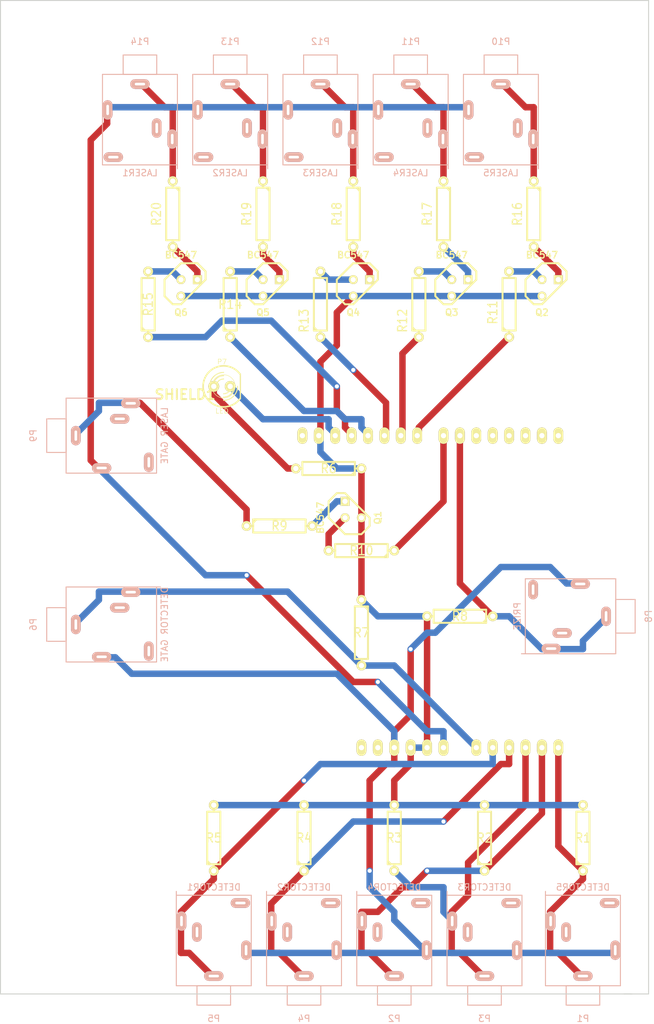
<source format=kicad_pcb>
(kicad_pcb (version 3) (host pcbnew "(2013-jul-07)-stable")

  (general
    (links 82)
    (no_connects 0)
    (area 130.81 91.44 232.41 250.19)
    (thickness 1.6)
    (drawings 5)
    (tracks 292)
    (zones 0)
    (modules 41)
    (nets 37)
  )

  (page A3)
  (layers
    (15 F.Cu signal)
    (0 B.Cu signal)
    (16 B.Adhes user)
    (17 F.Adhes user)
    (18 B.Paste user)
    (19 F.Paste user)
    (20 B.SilkS user)
    (21 F.SilkS user)
    (22 B.Mask user)
    (23 F.Mask user)
    (24 Dwgs.User user)
    (25 Cmts.User user)
    (26 Eco1.User user)
    (27 Eco2.User user)
    (28 Edge.Cuts user)
  )

  (setup
    (last_trace_width 1)
    (trace_clearance 0.254)
    (zone_clearance 0.508)
    (zone_45_only no)
    (trace_min 1)
    (segment_width 0.2)
    (edge_width 0.15)
    (via_size 0.889)
    (via_drill 0.635)
    (via_min_size 0.889)
    (via_min_drill 0.508)
    (uvia_size 0.508)
    (uvia_drill 0.127)
    (uvias_allowed no)
    (uvia_min_size 0.508)
    (uvia_min_drill 0.127)
    (pcb_text_width 0.3)
    (pcb_text_size 1 1)
    (mod_edge_width 0.15)
    (mod_text_size 1 1)
    (mod_text_width 0.15)
    (pad_size 1 1)
    (pad_drill 0.6)
    (pad_to_mask_clearance 0)
    (aux_axis_origin 0 0)
    (visible_elements 7FFFFFFF)
    (pcbplotparams
      (layerselection 32769)
      (usegerberextensions false)
      (excludeedgelayer true)
      (linewidth 0.150000)
      (plotframeref false)
      (viasonmask false)
      (mode 1)
      (useauxorigin false)
      (hpglpennumber 1)
      (hpglpenspeed 20)
      (hpglpendiameter 15)
      (hpglpenoverlay 2)
      (psnegative false)
      (psa4output false)
      (plotreference true)
      (plotvalue true)
      (plotothertext true)
      (plotinvisibletext false)
      (padsonsilk false)
      (subtractmaskfromsilk false)
      (outputformat 5)
      (mirror false)
      (drillshape 0)
      (scaleselection 1)
      (outputdirectory ../final3/))
  )

  (net 0 "")
  (net 1 GND)
  (net 2 N-000001)
  (net 3 N-0000010)
  (net 4 N-0000011)
  (net 5 N-0000012)
  (net 6 N-0000013)
  (net 7 N-0000014)
  (net 8 N-0000015)
  (net 9 N-0000016)
  (net 10 N-0000017)
  (net 11 N-0000018)
  (net 12 N-0000019)
  (net 13 N-000002)
  (net 14 N-0000020)
  (net 15 N-0000021)
  (net 16 N-0000022)
  (net 17 N-0000023)
  (net 18 N-0000024)
  (net 19 N-0000025)
  (net 20 N-0000028)
  (net 21 N-000003)
  (net 22 N-0000035)
  (net 23 N-0000038)
  (net 24 N-000004)
  (net 25 N-0000041)
  (net 26 N-0000043)
  (net 27 N-0000045)
  (net 28 N-0000048)
  (net 29 N-0000053)
  (net 30 N-0000056)
  (net 31 N-0000059)
  (net 32 N-000006)
  (net 33 N-000007)
  (net 34 N-0000070)
  (net 35 N-000008)
  (net 36 N-000009)

  (net_class Default "This is the default net class."
    (clearance 0.254)
    (trace_width 1)
    (via_dia 0.889)
    (via_drill 0.635)
    (uvia_dia 0.508)
    (uvia_drill 0.127)
    (add_net "")
    (add_net GND)
    (add_net N-000001)
    (add_net N-0000010)
    (add_net N-0000011)
    (add_net N-0000012)
    (add_net N-0000013)
    (add_net N-0000014)
    (add_net N-0000015)
    (add_net N-0000016)
    (add_net N-0000017)
    (add_net N-0000018)
    (add_net N-0000019)
    (add_net N-000002)
    (add_net N-0000020)
    (add_net N-0000021)
    (add_net N-0000022)
    (add_net N-0000023)
    (add_net N-0000024)
    (add_net N-0000025)
    (add_net N-0000028)
    (add_net N-000003)
    (add_net N-0000035)
    (add_net N-0000038)
    (add_net N-000004)
    (add_net N-0000041)
    (add_net N-0000043)
    (add_net N-0000045)
    (add_net N-0000048)
    (add_net N-0000053)
    (add_net N-0000056)
    (add_net N-0000059)
    (add_net N-000006)
    (add_net N-000007)
    (add_net N-0000070)
    (add_net N-000008)
    (add_net N-000009)
  )

  (module TO92 (layer F.Cu) (tedit 443CFFD1) (tstamp 54DDE1B8)
    (at 186.69 171.45 90)
    (descr "Transistor TO92 brochage type BC237")
    (tags "TR TO92")
    (path /54D90396)
    (fp_text reference Q1 (at -1.27 3.81 90) (layer F.SilkS)
      (effects (font (size 1.016 1.016) (thickness 0.2032)))
    )
    (fp_text value BC547 (at -1.27 -5.08 90) (layer F.SilkS)
      (effects (font (size 1.016 1.016) (thickness 0.2032)))
    )
    (fp_line (start -1.27 2.54) (end 2.54 -1.27) (layer F.SilkS) (width 0.3048))
    (fp_line (start 2.54 -1.27) (end 2.54 -2.54) (layer F.SilkS) (width 0.3048))
    (fp_line (start 2.54 -2.54) (end 1.27 -3.81) (layer F.SilkS) (width 0.3048))
    (fp_line (start 1.27 -3.81) (end -1.27 -3.81) (layer F.SilkS) (width 0.3048))
    (fp_line (start -1.27 -3.81) (end -3.81 -1.27) (layer F.SilkS) (width 0.3048))
    (fp_line (start -3.81 -1.27) (end -3.81 1.27) (layer F.SilkS) (width 0.3048))
    (fp_line (start -3.81 1.27) (end -2.54 2.54) (layer F.SilkS) (width 0.3048))
    (fp_line (start -2.54 2.54) (end -1.27 2.54) (layer F.SilkS) (width 0.3048))
    (pad 1 thru_hole rect (at 1.27 -1.27 90) (size 1.397 1.397) (drill 0.8128)
      (layers *.Cu *.Mask F.SilkS)
      (net 8 N-0000015)
    )
    (pad 2 thru_hole circle (at -1.27 -1.27 90) (size 1.397 1.397) (drill 0.8128)
      (layers *.Cu *.Mask F.SilkS)
      (net 7 N-0000014)
    )
    (pad 3 thru_hole circle (at -1.27 1.27 90) (size 1.397 1.397) (drill 0.8128)
      (layers *.Cu *.Mask F.SilkS)
      (net 1 GND)
    )
    (model discret/to98.wrl
      (at (xyz 0 0 0))
      (scale (xyz 1 1 1))
      (rotate (xyz 0 0 0))
    )
  )

  (module TO92 (layer F.Cu) (tedit 443CFFD1) (tstamp 54DDE1C7)
    (at 161.29 137.16)
    (descr "Transistor TO92 brochage type BC237")
    (tags "TR TO92")
    (path /54D90387)
    (fp_text reference Q6 (at -1.27 3.81) (layer F.SilkS)
      (effects (font (size 1.016 1.016) (thickness 0.2032)))
    )
    (fp_text value BC547 (at -1.27 -5.08) (layer F.SilkS)
      (effects (font (size 1.016 1.016) (thickness 0.2032)))
    )
    (fp_line (start -1.27 2.54) (end 2.54 -1.27) (layer F.SilkS) (width 0.3048))
    (fp_line (start 2.54 -1.27) (end 2.54 -2.54) (layer F.SilkS) (width 0.3048))
    (fp_line (start 2.54 -2.54) (end 1.27 -3.81) (layer F.SilkS) (width 0.3048))
    (fp_line (start 1.27 -3.81) (end -1.27 -3.81) (layer F.SilkS) (width 0.3048))
    (fp_line (start -1.27 -3.81) (end -3.81 -1.27) (layer F.SilkS) (width 0.3048))
    (fp_line (start -3.81 -1.27) (end -3.81 1.27) (layer F.SilkS) (width 0.3048))
    (fp_line (start -3.81 1.27) (end -2.54 2.54) (layer F.SilkS) (width 0.3048))
    (fp_line (start -2.54 2.54) (end -1.27 2.54) (layer F.SilkS) (width 0.3048))
    (pad 1 thru_hole rect (at 1.27 -1.27) (size 1.397 1.397) (drill 0.8128)
      (layers *.Cu *.Mask F.SilkS)
      (net 10 N-0000017)
    )
    (pad 2 thru_hole circle (at -1.27 -1.27) (size 1.397 1.397) (drill 0.8128)
      (layers *.Cu *.Mask F.SilkS)
      (net 9 N-0000016)
    )
    (pad 3 thru_hole circle (at -1.27 1.27) (size 1.397 1.397) (drill 0.8128)
      (layers *.Cu *.Mask F.SilkS)
      (net 1 GND)
    )
    (model discret/to98.wrl
      (at (xyz 0 0 0))
      (scale (xyz 1 1 1))
      (rotate (xyz 0 0 0))
    )
  )

  (module TO92 (layer F.Cu) (tedit 443CFFD1) (tstamp 54DDE1D6)
    (at 173.99 137.16)
    (descr "Transistor TO92 brochage type BC237")
    (tags "TR TO92")
    (path /54D90378)
    (fp_text reference Q5 (at -1.27 3.81) (layer F.SilkS)
      (effects (font (size 1.016 1.016) (thickness 0.2032)))
    )
    (fp_text value BC547 (at -1.27 -5.08) (layer F.SilkS)
      (effects (font (size 1.016 1.016) (thickness 0.2032)))
    )
    (fp_line (start -1.27 2.54) (end 2.54 -1.27) (layer F.SilkS) (width 0.3048))
    (fp_line (start 2.54 -1.27) (end 2.54 -2.54) (layer F.SilkS) (width 0.3048))
    (fp_line (start 2.54 -2.54) (end 1.27 -3.81) (layer F.SilkS) (width 0.3048))
    (fp_line (start 1.27 -3.81) (end -1.27 -3.81) (layer F.SilkS) (width 0.3048))
    (fp_line (start -1.27 -3.81) (end -3.81 -1.27) (layer F.SilkS) (width 0.3048))
    (fp_line (start -3.81 -1.27) (end -3.81 1.27) (layer F.SilkS) (width 0.3048))
    (fp_line (start -3.81 1.27) (end -2.54 2.54) (layer F.SilkS) (width 0.3048))
    (fp_line (start -2.54 2.54) (end -1.27 2.54) (layer F.SilkS) (width 0.3048))
    (pad 1 thru_hole rect (at 1.27 -1.27) (size 1.397 1.397) (drill 0.8128)
      (layers *.Cu *.Mask F.SilkS)
      (net 12 N-0000019)
    )
    (pad 2 thru_hole circle (at -1.27 -1.27) (size 1.397 1.397) (drill 0.8128)
      (layers *.Cu *.Mask F.SilkS)
      (net 11 N-0000018)
    )
    (pad 3 thru_hole circle (at -1.27 1.27) (size 1.397 1.397) (drill 0.8128)
      (layers *.Cu *.Mask F.SilkS)
      (net 1 GND)
    )
    (model discret/to98.wrl
      (at (xyz 0 0 0))
      (scale (xyz 1 1 1))
      (rotate (xyz 0 0 0))
    )
  )

  (module TO92 (layer F.Cu) (tedit 443CFFD1) (tstamp 54DDE1E5)
    (at 187.96 137.16)
    (descr "Transistor TO92 brochage type BC237")
    (tags "TR TO92")
    (path /54D90369)
    (fp_text reference Q4 (at -1.27 3.81) (layer F.SilkS)
      (effects (font (size 1.016 1.016) (thickness 0.2032)))
    )
    (fp_text value BC547 (at -1.27 -5.08) (layer F.SilkS)
      (effects (font (size 1.016 1.016) (thickness 0.2032)))
    )
    (fp_line (start -1.27 2.54) (end 2.54 -1.27) (layer F.SilkS) (width 0.3048))
    (fp_line (start 2.54 -1.27) (end 2.54 -2.54) (layer F.SilkS) (width 0.3048))
    (fp_line (start 2.54 -2.54) (end 1.27 -3.81) (layer F.SilkS) (width 0.3048))
    (fp_line (start 1.27 -3.81) (end -1.27 -3.81) (layer F.SilkS) (width 0.3048))
    (fp_line (start -1.27 -3.81) (end -3.81 -1.27) (layer F.SilkS) (width 0.3048))
    (fp_line (start -3.81 -1.27) (end -3.81 1.27) (layer F.SilkS) (width 0.3048))
    (fp_line (start -3.81 1.27) (end -2.54 2.54) (layer F.SilkS) (width 0.3048))
    (fp_line (start -2.54 2.54) (end -1.27 2.54) (layer F.SilkS) (width 0.3048))
    (pad 1 thru_hole rect (at 1.27 -1.27) (size 1.397 1.397) (drill 0.8128)
      (layers *.Cu *.Mask F.SilkS)
      (net 15 N-0000021)
    )
    (pad 2 thru_hole circle (at -1.27 -1.27) (size 1.397 1.397) (drill 0.8128)
      (layers *.Cu *.Mask F.SilkS)
      (net 14 N-0000020)
    )
    (pad 3 thru_hole circle (at -1.27 1.27) (size 1.397 1.397) (drill 0.8128)
      (layers *.Cu *.Mask F.SilkS)
      (net 1 GND)
    )
    (model discret/to98.wrl
      (at (xyz 0 0 0))
      (scale (xyz 1 1 1))
      (rotate (xyz 0 0 0))
    )
  )

  (module TO92 (layer F.Cu) (tedit 443CFFD1) (tstamp 54DDE1F4)
    (at 203.2 137.16)
    (descr "Transistor TO92 brochage type BC237")
    (tags "TR TO92")
    (path /54D90354)
    (fp_text reference Q3 (at -1.27 3.81) (layer F.SilkS)
      (effects (font (size 1.016 1.016) (thickness 0.2032)))
    )
    (fp_text value BC547 (at -1.27 -5.08) (layer F.SilkS)
      (effects (font (size 1.016 1.016) (thickness 0.2032)))
    )
    (fp_line (start -1.27 2.54) (end 2.54 -1.27) (layer F.SilkS) (width 0.3048))
    (fp_line (start 2.54 -1.27) (end 2.54 -2.54) (layer F.SilkS) (width 0.3048))
    (fp_line (start 2.54 -2.54) (end 1.27 -3.81) (layer F.SilkS) (width 0.3048))
    (fp_line (start 1.27 -3.81) (end -1.27 -3.81) (layer F.SilkS) (width 0.3048))
    (fp_line (start -1.27 -3.81) (end -3.81 -1.27) (layer F.SilkS) (width 0.3048))
    (fp_line (start -3.81 -1.27) (end -3.81 1.27) (layer F.SilkS) (width 0.3048))
    (fp_line (start -3.81 1.27) (end -2.54 2.54) (layer F.SilkS) (width 0.3048))
    (fp_line (start -2.54 2.54) (end -1.27 2.54) (layer F.SilkS) (width 0.3048))
    (pad 1 thru_hole rect (at 1.27 -1.27) (size 1.397 1.397) (drill 0.8128)
      (layers *.Cu *.Mask F.SilkS)
      (net 16 N-0000022)
    )
    (pad 2 thru_hole circle (at -1.27 -1.27) (size 1.397 1.397) (drill 0.8128)
      (layers *.Cu *.Mask F.SilkS)
      (net 6 N-0000013)
    )
    (pad 3 thru_hole circle (at -1.27 1.27) (size 1.397 1.397) (drill 0.8128)
      (layers *.Cu *.Mask F.SilkS)
      (net 1 GND)
    )
    (model discret/to98.wrl
      (at (xyz 0 0 0))
      (scale (xyz 1 1 1))
      (rotate (xyz 0 0 0))
    )
  )

  (module TO92 (layer F.Cu) (tedit 443CFFD1) (tstamp 54DDE203)
    (at 217.17 137.16)
    (descr "Transistor TO92 brochage type BC237")
    (tags "TR TO92")
    (path /54D9033E)
    (fp_text reference Q2 (at -1.27 3.81) (layer F.SilkS)
      (effects (font (size 1.016 1.016) (thickness 0.2032)))
    )
    (fp_text value BC547 (at -1.27 -5.08) (layer F.SilkS)
      (effects (font (size 1.016 1.016) (thickness 0.2032)))
    )
    (fp_line (start -1.27 2.54) (end 2.54 -1.27) (layer F.SilkS) (width 0.3048))
    (fp_line (start 2.54 -1.27) (end 2.54 -2.54) (layer F.SilkS) (width 0.3048))
    (fp_line (start 2.54 -2.54) (end 1.27 -3.81) (layer F.SilkS) (width 0.3048))
    (fp_line (start 1.27 -3.81) (end -1.27 -3.81) (layer F.SilkS) (width 0.3048))
    (fp_line (start -1.27 -3.81) (end -3.81 -1.27) (layer F.SilkS) (width 0.3048))
    (fp_line (start -3.81 -1.27) (end -3.81 1.27) (layer F.SilkS) (width 0.3048))
    (fp_line (start -3.81 1.27) (end -2.54 2.54) (layer F.SilkS) (width 0.3048))
    (fp_line (start -2.54 2.54) (end -1.27 2.54) (layer F.SilkS) (width 0.3048))
    (pad 1 thru_hole rect (at 1.27 -1.27) (size 1.397 1.397) (drill 0.8128)
      (layers *.Cu *.Mask F.SilkS)
      (net 18 N-0000024)
    )
    (pad 2 thru_hole circle (at -1.27 -1.27) (size 1.397 1.397) (drill 0.8128)
      (layers *.Cu *.Mask F.SilkS)
      (net 17 N-0000023)
    )
    (pad 3 thru_hole circle (at -1.27 1.27) (size 1.397 1.397) (drill 0.8128)
      (layers *.Cu *.Mask F.SilkS)
      (net 1 GND)
    )
    (model discret/to98.wrl
      (at (xyz 0 0 0))
      (scale (xyz 1 1 1))
      (rotate (xyz 0 0 0))
    )
  )

  (module R4 (layer F.Cu) (tedit 54DEA770) (tstamp 54DDE211)
    (at 167.64 139.7 90)
    (descr "Resitance 4 pas")
    (tags R)
    (path /54D9088B)
    (autoplace_cost180 10)
    (fp_text reference R14 (at 0 0 180) (layer F.SilkS)
      (effects (font (size 1.397 1.27) (thickness 0.2032)))
    )
    (fp_text value 1000 (at -2.54 -3.81 90) (layer F.SilkS) hide
      (effects (font (size 1.397 1.27) (thickness 0.2032)))
    )
    (fp_line (start -5.08 0) (end -4.064 0) (layer F.SilkS) (width 0.3048))
    (fp_line (start -4.064 0) (end -4.064 -1.016) (layer F.SilkS) (width 0.3048))
    (fp_line (start -4.064 -1.016) (end 4.064 -1.016) (layer F.SilkS) (width 0.3048))
    (fp_line (start 4.064 -1.016) (end 4.064 1.016) (layer F.SilkS) (width 0.3048))
    (fp_line (start 4.064 1.016) (end -4.064 1.016) (layer F.SilkS) (width 0.3048))
    (fp_line (start -4.064 1.016) (end -4.064 0) (layer F.SilkS) (width 0.3048))
    (fp_line (start -4.064 -0.508) (end -3.556 -1.016) (layer F.SilkS) (width 0.3048))
    (fp_line (start 5.08 0) (end 4.064 0) (layer F.SilkS) (width 0.3048))
    (pad 1 thru_hole circle (at -5.08 0 90) (size 1.524 1.524) (drill 0.8128)
      (layers *.Cu *.Mask F.SilkS)
      (net 24 N-000004)
    )
    (pad 2 thru_hole circle (at 5.08 0 90) (size 1.524 1.524) (drill 0.8128)
      (layers *.Cu *.Mask F.SilkS)
      (net 11 N-0000018)
    )
    (model discret/resistor.wrl
      (at (xyz 0 0 0))
      (scale (xyz 0.4 0.4 0.4))
      (rotate (xyz 0 0 0))
    )
  )

  (module R4 (layer F.Cu) (tedit 54DDF8D2) (tstamp 54DDE21F)
    (at 165.1 222.25 90)
    (descr "Resitance 4 pas")
    (tags R)
    (path /54D907F0)
    (autoplace_cost180 10)
    (fp_text reference R5 (at 0 0 180) (layer F.SilkS)
      (effects (font (size 1.397 1.27) (thickness 0.2032)))
    )
    (fp_text value 40k (at 0 0 90) (layer F.SilkS) hide
      (effects (font (size 1.397 1.27) (thickness 0.2032)))
    )
    (fp_line (start -5.08 0) (end -4.064 0) (layer F.SilkS) (width 0.3048))
    (fp_line (start -4.064 0) (end -4.064 -1.016) (layer F.SilkS) (width 0.3048))
    (fp_line (start -4.064 -1.016) (end 4.064 -1.016) (layer F.SilkS) (width 0.3048))
    (fp_line (start 4.064 -1.016) (end 4.064 1.016) (layer F.SilkS) (width 0.3048))
    (fp_line (start 4.064 1.016) (end -4.064 1.016) (layer F.SilkS) (width 0.3048))
    (fp_line (start -4.064 1.016) (end -4.064 0) (layer F.SilkS) (width 0.3048))
    (fp_line (start -4.064 -0.508) (end -3.556 -1.016) (layer F.SilkS) (width 0.3048))
    (fp_line (start 5.08 0) (end 4.064 0) (layer F.SilkS) (width 0.3048))
    (pad 1 thru_hole circle (at -5.08 0 90) (size 1.524 1.524) (drill 0.8128)
      (layers *.Cu *.Mask F.SilkS)
      (net 31 N-0000059)
    )
    (pad 2 thru_hole circle (at 5.08 0 90) (size 1.524 1.524) (drill 0.8128)
      (layers *.Cu *.Mask F.SilkS)
      (net 1 GND)
    )
    (model discret/resistor.wrl
      (at (xyz 0 0 0))
      (scale (xyz 0.4 0.4 0.4))
      (rotate (xyz 0 0 0))
    )
  )

  (module R4 (layer F.Cu) (tedit 54DDE855) (tstamp 54DDE22D)
    (at 187.96 190.5 270)
    (descr "Resitance 4 pas")
    (tags R)
    (path /54D907FF)
    (autoplace_cost180 10)
    (fp_text reference R7 (at 0 0 360) (layer F.SilkS)
      (effects (font (size 1.397 1.27) (thickness 0.2032)))
    )
    (fp_text value 40k (at 0 0 270) (layer F.SilkS) hide
      (effects (font (size 1.397 1.27) (thickness 0.2032)))
    )
    (fp_line (start -5.08 0) (end -4.064 0) (layer F.SilkS) (width 0.3048))
    (fp_line (start -4.064 0) (end -4.064 -1.016) (layer F.SilkS) (width 0.3048))
    (fp_line (start -4.064 -1.016) (end 4.064 -1.016) (layer F.SilkS) (width 0.3048))
    (fp_line (start 4.064 -1.016) (end 4.064 1.016) (layer F.SilkS) (width 0.3048))
    (fp_line (start 4.064 1.016) (end -4.064 1.016) (layer F.SilkS) (width 0.3048))
    (fp_line (start -4.064 1.016) (end -4.064 0) (layer F.SilkS) (width 0.3048))
    (fp_line (start -4.064 -0.508) (end -3.556 -1.016) (layer F.SilkS) (width 0.3048))
    (fp_line (start 5.08 0) (end 4.064 0) (layer F.SilkS) (width 0.3048))
    (pad 1 thru_hole circle (at -5.08 0 270) (size 1.524 1.524) (drill 0.8128)
      (layers *.Cu *.Mask F.SilkS)
      (net 1 GND)
    )
    (pad 2 thru_hole circle (at 5.08 0 270) (size 1.524 1.524) (drill 0.8128)
      (layers *.Cu *.Mask F.SilkS)
      (net 5 N-0000012)
    )
    (model discret/resistor.wrl
      (at (xyz 0 0 0))
      (scale (xyz 0.4 0.4 0.4))
      (rotate (xyz 0 0 0))
    )
  )

  (module R4 (layer F.Cu) (tedit 54DDE649) (tstamp 54DDE23B)
    (at 203.2 187.96 180)
    (descr "Resitance 4 pas")
    (tags R)
    (path /54D9080E)
    (autoplace_cost180 10)
    (fp_text reference R8 (at 0 0 180) (layer F.SilkS)
      (effects (font (size 1.397 1.27) (thickness 0.2032)))
    )
    (fp_text value 1000 (at 0 0 180) (layer F.SilkS) hide
      (effects (font (size 1.397 1.27) (thickness 0.2032)))
    )
    (fp_line (start -5.08 0) (end -4.064 0) (layer F.SilkS) (width 0.3048))
    (fp_line (start -4.064 0) (end -4.064 -1.016) (layer F.SilkS) (width 0.3048))
    (fp_line (start -4.064 -1.016) (end 4.064 -1.016) (layer F.SilkS) (width 0.3048))
    (fp_line (start 4.064 -1.016) (end 4.064 1.016) (layer F.SilkS) (width 0.3048))
    (fp_line (start 4.064 1.016) (end -4.064 1.016) (layer F.SilkS) (width 0.3048))
    (fp_line (start -4.064 1.016) (end -4.064 0) (layer F.SilkS) (width 0.3048))
    (fp_line (start -4.064 -0.508) (end -3.556 -1.016) (layer F.SilkS) (width 0.3048))
    (fp_line (start 5.08 0) (end 4.064 0) (layer F.SilkS) (width 0.3048))
    (pad 1 thru_hole circle (at -5.08 0 180) (size 1.524 1.524) (drill 0.8128)
      (layers *.Cu *.Mask F.SilkS)
      (net 22 N-0000035)
    )
    (pad 2 thru_hole circle (at 5.08 0 180) (size 1.524 1.524) (drill 0.8128)
      (layers *.Cu *.Mask F.SilkS)
      (net 1 GND)
    )
    (model discret/resistor.wrl
      (at (xyz 0 0 0))
      (scale (xyz 0.4 0.4 0.4))
      (rotate (xyz 0 0 0))
    )
  )

  (module R4 (layer F.Cu) (tedit 54DDE836) (tstamp 54DDE249)
    (at 187.96 177.8 180)
    (descr "Resitance 4 pas")
    (tags R)
    (path /54D9086D)
    (autoplace_cost180 10)
    (fp_text reference R10 (at 0 0 180) (layer F.SilkS)
      (effects (font (size 1.397 1.27) (thickness 0.2032)))
    )
    (fp_text value 1000 (at 0 0 180) (layer F.SilkS) hide
      (effects (font (size 1.397 1.27) (thickness 0.2032)))
    )
    (fp_line (start -5.08 0) (end -4.064 0) (layer F.SilkS) (width 0.3048))
    (fp_line (start -4.064 0) (end -4.064 -1.016) (layer F.SilkS) (width 0.3048))
    (fp_line (start -4.064 -1.016) (end 4.064 -1.016) (layer F.SilkS) (width 0.3048))
    (fp_line (start 4.064 -1.016) (end 4.064 1.016) (layer F.SilkS) (width 0.3048))
    (fp_line (start 4.064 1.016) (end -4.064 1.016) (layer F.SilkS) (width 0.3048))
    (fp_line (start -4.064 1.016) (end -4.064 0) (layer F.SilkS) (width 0.3048))
    (fp_line (start -4.064 -0.508) (end -3.556 -1.016) (layer F.SilkS) (width 0.3048))
    (fp_line (start 5.08 0) (end 4.064 0) (layer F.SilkS) (width 0.3048))
    (pad 1 thru_hole circle (at -5.08 0 180) (size 1.524 1.524) (drill 0.8128)
      (layers *.Cu *.Mask F.SilkS)
      (net 4 N-0000011)
    )
    (pad 2 thru_hole circle (at 5.08 0 180) (size 1.524 1.524) (drill 0.8128)
      (layers *.Cu *.Mask F.SilkS)
      (net 7 N-0000014)
    )
    (model discret/resistor.wrl
      (at (xyz 0 0 0))
      (scale (xyz 0.4 0.4 0.4))
      (rotate (xyz 0 0 0))
    )
  )

  (module R4 (layer F.Cu) (tedit 200000) (tstamp 54DDE257)
    (at 154.94 139.7 90)
    (descr "Resitance 4 pas")
    (tags R)
    (path /54D9087C)
    (autoplace_cost180 10)
    (fp_text reference R15 (at 0 0 90) (layer F.SilkS)
      (effects (font (size 1.397 1.27) (thickness 0.2032)))
    )
    (fp_text value 1000 (at 0 0 90) (layer F.SilkS) hide
      (effects (font (size 1.397 1.27) (thickness 0.2032)))
    )
    (fp_line (start -5.08 0) (end -4.064 0) (layer F.SilkS) (width 0.3048))
    (fp_line (start -4.064 0) (end -4.064 -1.016) (layer F.SilkS) (width 0.3048))
    (fp_line (start -4.064 -1.016) (end 4.064 -1.016) (layer F.SilkS) (width 0.3048))
    (fp_line (start 4.064 -1.016) (end 4.064 1.016) (layer F.SilkS) (width 0.3048))
    (fp_line (start 4.064 1.016) (end -4.064 1.016) (layer F.SilkS) (width 0.3048))
    (fp_line (start -4.064 1.016) (end -4.064 0) (layer F.SilkS) (width 0.3048))
    (fp_line (start -4.064 -0.508) (end -3.556 -1.016) (layer F.SilkS) (width 0.3048))
    (fp_line (start 5.08 0) (end 4.064 0) (layer F.SilkS) (width 0.3048))
    (pad 1 thru_hole circle (at -5.08 0 90) (size 1.524 1.524) (drill 0.8128)
      (layers *.Cu *.Mask F.SilkS)
      (net 21 N-000003)
    )
    (pad 2 thru_hole circle (at 5.08 0 90) (size 1.524 1.524) (drill 0.8128)
      (layers *.Cu *.Mask F.SilkS)
      (net 9 N-0000016)
    )
    (model discret/resistor.wrl
      (at (xyz 0 0 0))
      (scale (xyz 0.4 0.4 0.4))
      (rotate (xyz 0 0 0))
    )
  )

  (module R4 (layer F.Cu) (tedit 54DE5784) (tstamp 54DDFCC5)
    (at 207.01 222.25 90)
    (descr "Resitance 4 pas")
    (tags R)
    (path /54D907C3)
    (autoplace_cost180 10)
    (fp_text reference R2 (at 0 0 180) (layer F.SilkS)
      (effects (font (size 1.397 1.27) (thickness 0.2032)))
    )
    (fp_text value 40k (at 0 0 180) (layer F.SilkS) hide
      (effects (font (size 1.397 1.27) (thickness 0.2032)))
    )
    (fp_line (start -5.08 0) (end -4.064 0) (layer F.SilkS) (width 0.3048))
    (fp_line (start -4.064 0) (end -4.064 -1.016) (layer F.SilkS) (width 0.3048))
    (fp_line (start -4.064 -1.016) (end 4.064 -1.016) (layer F.SilkS) (width 0.3048))
    (fp_line (start 4.064 -1.016) (end 4.064 1.016) (layer F.SilkS) (width 0.3048))
    (fp_line (start 4.064 1.016) (end -4.064 1.016) (layer F.SilkS) (width 0.3048))
    (fp_line (start -4.064 1.016) (end -4.064 0) (layer F.SilkS) (width 0.3048))
    (fp_line (start -4.064 -0.508) (end -3.556 -1.016) (layer F.SilkS) (width 0.3048))
    (fp_line (start 5.08 0) (end 4.064 0) (layer F.SilkS) (width 0.3048))
    (pad 1 thru_hole circle (at -5.08 0 90) (size 1.524 1.524) (drill 0.8128)
      (layers *.Cu *.Mask F.SilkS)
      (net 20 N-0000028)
    )
    (pad 2 thru_hole circle (at 5.08 0 90) (size 1.524 1.524) (drill 0.8128)
      (layers *.Cu *.Mask F.SilkS)
      (net 1 GND)
    )
    (model discret/resistor.wrl
      (at (xyz 0 0 0))
      (scale (xyz 0.4 0.4 0.4))
      (rotate (xyz 0 0 0))
    )
  )

  (module R4 (layer F.Cu) (tedit 54DEA76D) (tstamp 54DDE273)
    (at 181.61 139.7 90)
    (descr "Resitance 4 pas")
    (tags R)
    (path /54D9089A)
    (autoplace_cost180 10)
    (fp_text reference R13 (at -2.54 -2.54 90) (layer F.SilkS)
      (effects (font (size 1.397 1.27) (thickness 0.2032)))
    )
    (fp_text value 1000 (at 0 0 90) (layer F.SilkS) hide
      (effects (font (size 1.397 1.27) (thickness 0.2032)))
    )
    (fp_line (start -5.08 0) (end -4.064 0) (layer F.SilkS) (width 0.3048))
    (fp_line (start -4.064 0) (end -4.064 -1.016) (layer F.SilkS) (width 0.3048))
    (fp_line (start -4.064 -1.016) (end 4.064 -1.016) (layer F.SilkS) (width 0.3048))
    (fp_line (start 4.064 -1.016) (end 4.064 1.016) (layer F.SilkS) (width 0.3048))
    (fp_line (start 4.064 1.016) (end -4.064 1.016) (layer F.SilkS) (width 0.3048))
    (fp_line (start -4.064 1.016) (end -4.064 0) (layer F.SilkS) (width 0.3048))
    (fp_line (start -4.064 -0.508) (end -3.556 -1.016) (layer F.SilkS) (width 0.3048))
    (fp_line (start 5.08 0) (end 4.064 0) (layer F.SilkS) (width 0.3048))
    (pad 1 thru_hole circle (at -5.08 0 90) (size 1.524 1.524) (drill 0.8128)
      (layers *.Cu *.Mask F.SilkS)
      (net 35 N-000008)
    )
    (pad 2 thru_hole circle (at 5.08 0 90) (size 1.524 1.524) (drill 0.8128)
      (layers *.Cu *.Mask F.SilkS)
      (net 14 N-0000020)
    )
    (model discret/resistor.wrl
      (at (xyz 0 0 0))
      (scale (xyz 0.4 0.4 0.4))
      (rotate (xyz 0 0 0))
    )
  )

  (module R4 (layer F.Cu) (tedit 54DEA769) (tstamp 54DDE281)
    (at 196.85 139.7 90)
    (descr "Resitance 4 pas")
    (tags R)
    (path /54D908A9)
    (autoplace_cost180 10)
    (fp_text reference R12 (at -2.54 -2.54 90) (layer F.SilkS)
      (effects (font (size 1.397 1.27) (thickness 0.2032)))
    )
    (fp_text value 1000 (at 0 0 90) (layer F.SilkS) hide
      (effects (font (size 1.397 1.27) (thickness 0.2032)))
    )
    (fp_line (start -5.08 0) (end -4.064 0) (layer F.SilkS) (width 0.3048))
    (fp_line (start -4.064 0) (end -4.064 -1.016) (layer F.SilkS) (width 0.3048))
    (fp_line (start -4.064 -1.016) (end 4.064 -1.016) (layer F.SilkS) (width 0.3048))
    (fp_line (start 4.064 -1.016) (end 4.064 1.016) (layer F.SilkS) (width 0.3048))
    (fp_line (start 4.064 1.016) (end -4.064 1.016) (layer F.SilkS) (width 0.3048))
    (fp_line (start -4.064 1.016) (end -4.064 0) (layer F.SilkS) (width 0.3048))
    (fp_line (start -4.064 -0.508) (end -3.556 -1.016) (layer F.SilkS) (width 0.3048))
    (fp_line (start 5.08 0) (end 4.064 0) (layer F.SilkS) (width 0.3048))
    (pad 1 thru_hole circle (at -5.08 0 90) (size 1.524 1.524) (drill 0.8128)
      (layers *.Cu *.Mask F.SilkS)
      (net 36 N-000009)
    )
    (pad 2 thru_hole circle (at 5.08 0 90) (size 1.524 1.524) (drill 0.8128)
      (layers *.Cu *.Mask F.SilkS)
      (net 6 N-0000013)
    )
    (model discret/resistor.wrl
      (at (xyz 0 0 0))
      (scale (xyz 0.4 0.4 0.4))
      (rotate (xyz 0 0 0))
    )
  )

  (module R4 (layer F.Cu) (tedit 54DEA765) (tstamp 54DDE28F)
    (at 210.82 139.7 90)
    (descr "Resitance 4 pas")
    (tags R)
    (path /54D908B8)
    (autoplace_cost180 10)
    (fp_text reference R11 (at -1.27 -2.54 90) (layer F.SilkS)
      (effects (font (size 1.397 1.27) (thickness 0.2032)))
    )
    (fp_text value 1000 (at 0 0 90) (layer F.SilkS) hide
      (effects (font (size 1.397 1.27) (thickness 0.2032)))
    )
    (fp_line (start -5.08 0) (end -4.064 0) (layer F.SilkS) (width 0.3048))
    (fp_line (start -4.064 0) (end -4.064 -1.016) (layer F.SilkS) (width 0.3048))
    (fp_line (start -4.064 -1.016) (end 4.064 -1.016) (layer F.SilkS) (width 0.3048))
    (fp_line (start 4.064 -1.016) (end 4.064 1.016) (layer F.SilkS) (width 0.3048))
    (fp_line (start 4.064 1.016) (end -4.064 1.016) (layer F.SilkS) (width 0.3048))
    (fp_line (start -4.064 1.016) (end -4.064 0) (layer F.SilkS) (width 0.3048))
    (fp_line (start -4.064 -0.508) (end -3.556 -1.016) (layer F.SilkS) (width 0.3048))
    (fp_line (start 5.08 0) (end 4.064 0) (layer F.SilkS) (width 0.3048))
    (pad 1 thru_hole circle (at -5.08 0 90) (size 1.524 1.524) (drill 0.8128)
      (layers *.Cu *.Mask F.SilkS)
      (net 3 N-0000010)
    )
    (pad 2 thru_hole circle (at 5.08 0 90) (size 1.524 1.524) (drill 0.8128)
      (layers *.Cu *.Mask F.SilkS)
      (net 17 N-0000023)
    )
    (model discret/resistor.wrl
      (at (xyz 0 0 0))
      (scale (xyz 0.4 0.4 0.4))
      (rotate (xyz 0 0 0))
    )
  )

  (module R4 (layer F.Cu) (tedit 54DDF7EB) (tstamp 54DDFCB6)
    (at 182.88 165.1 180)
    (descr "Resitance 4 pas")
    (tags R)
    (path /54DCEF3E)
    (autoplace_cost180 10)
    (fp_text reference R6 (at 0 0 180) (layer F.SilkS)
      (effects (font (size 1.397 1.27) (thickness 0.2032)))
    )
    (fp_text value 1000 (at 0 0 180) (layer F.SilkS) hide
      (effects (font (size 1.397 1.27) (thickness 0.2032)))
    )
    (fp_line (start -5.08 0) (end -4.064 0) (layer F.SilkS) (width 0.3048))
    (fp_line (start -4.064 0) (end -4.064 -1.016) (layer F.SilkS) (width 0.3048))
    (fp_line (start -4.064 -1.016) (end 4.064 -1.016) (layer F.SilkS) (width 0.3048))
    (fp_line (start 4.064 -1.016) (end 4.064 1.016) (layer F.SilkS) (width 0.3048))
    (fp_line (start 4.064 1.016) (end -4.064 1.016) (layer F.SilkS) (width 0.3048))
    (fp_line (start -4.064 1.016) (end -4.064 0) (layer F.SilkS) (width 0.3048))
    (fp_line (start -4.064 -0.508) (end -3.556 -1.016) (layer F.SilkS) (width 0.3048))
    (fp_line (start 5.08 0) (end 4.064 0) (layer F.SilkS) (width 0.3048))
    (pad 1 thru_hole circle (at -5.08 0 180) (size 1.524 1.524) (drill 0.8128)
      (layers *.Cu *.Mask F.SilkS)
      (net 1 GND)
    )
    (pad 2 thru_hole circle (at 5.08 0 180) (size 1.524 1.524) (drill 0.8128)
      (layers *.Cu *.Mask F.SilkS)
      (net 34 N-0000070)
    )
    (model discret/resistor.wrl
      (at (xyz 0 0 0))
      (scale (xyz 0.4 0.4 0.4))
      (rotate (xyz 0 0 0))
    )
  )

  (module R4 (layer F.Cu) (tedit 54DEA752) (tstamp 54DDE2AB)
    (at 214.63 125.73 270)
    (descr "Resitance 4 pas")
    (tags R)
    (path /54DCFDF0)
    (autoplace_cost180 10)
    (fp_text reference R16 (at 0 2.54 270) (layer F.SilkS)
      (effects (font (size 1.397 1.27) (thickness 0.2032)))
    )
    (fp_text value 22 (at 0 0 270) (layer F.SilkS) hide
      (effects (font (size 1.397 1.27) (thickness 0.2032)))
    )
    (fp_line (start -5.08 0) (end -4.064 0) (layer F.SilkS) (width 0.3048))
    (fp_line (start -4.064 0) (end -4.064 -1.016) (layer F.SilkS) (width 0.3048))
    (fp_line (start -4.064 -1.016) (end 4.064 -1.016) (layer F.SilkS) (width 0.3048))
    (fp_line (start 4.064 -1.016) (end 4.064 1.016) (layer F.SilkS) (width 0.3048))
    (fp_line (start 4.064 1.016) (end -4.064 1.016) (layer F.SilkS) (width 0.3048))
    (fp_line (start -4.064 1.016) (end -4.064 0) (layer F.SilkS) (width 0.3048))
    (fp_line (start -4.064 -0.508) (end -3.556 -1.016) (layer F.SilkS) (width 0.3048))
    (fp_line (start 5.08 0) (end 4.064 0) (layer F.SilkS) (width 0.3048))
    (pad 1 thru_hole circle (at -5.08 0 270) (size 1.524 1.524) (drill 0.8128)
      (layers *.Cu *.Mask F.SilkS)
      (net 28 N-0000048)
    )
    (pad 2 thru_hole circle (at 5.08 0 270) (size 1.524 1.524) (drill 0.8128)
      (layers *.Cu *.Mask F.SilkS)
      (net 18 N-0000024)
    )
    (model discret/resistor.wrl
      (at (xyz 0 0 0))
      (scale (xyz 0.4 0.4 0.4))
      (rotate (xyz 0 0 0))
    )
  )

  (module R4 (layer F.Cu) (tedit 54DEA74D) (tstamp 54DDE2B9)
    (at 200.66 125.73 270)
    (descr "Resitance 4 pas")
    (tags R)
    (path /54DCFDFF)
    (autoplace_cost180 10)
    (fp_text reference R17 (at 0 2.54 270) (layer F.SilkS)
      (effects (font (size 1.397 1.27) (thickness 0.2032)))
    )
    (fp_text value 22 (at 0 0 270) (layer F.SilkS) hide
      (effects (font (size 1.397 1.27) (thickness 0.2032)))
    )
    (fp_line (start -5.08 0) (end -4.064 0) (layer F.SilkS) (width 0.3048))
    (fp_line (start -4.064 0) (end -4.064 -1.016) (layer F.SilkS) (width 0.3048))
    (fp_line (start -4.064 -1.016) (end 4.064 -1.016) (layer F.SilkS) (width 0.3048))
    (fp_line (start 4.064 -1.016) (end 4.064 1.016) (layer F.SilkS) (width 0.3048))
    (fp_line (start 4.064 1.016) (end -4.064 1.016) (layer F.SilkS) (width 0.3048))
    (fp_line (start -4.064 1.016) (end -4.064 0) (layer F.SilkS) (width 0.3048))
    (fp_line (start -4.064 -0.508) (end -3.556 -1.016) (layer F.SilkS) (width 0.3048))
    (fp_line (start 5.08 0) (end 4.064 0) (layer F.SilkS) (width 0.3048))
    (pad 1 thru_hole circle (at -5.08 0 270) (size 1.524 1.524) (drill 0.8128)
      (layers *.Cu *.Mask F.SilkS)
      (net 26 N-0000043)
    )
    (pad 2 thru_hole circle (at 5.08 0 270) (size 1.524 1.524) (drill 0.8128)
      (layers *.Cu *.Mask F.SilkS)
      (net 16 N-0000022)
    )
    (model discret/resistor.wrl
      (at (xyz 0 0 0))
      (scale (xyz 0.4 0.4 0.4))
      (rotate (xyz 0 0 0))
    )
  )

  (module R4 (layer F.Cu) (tedit 54DEA749) (tstamp 54DDE2C7)
    (at 186.69 125.73 270)
    (descr "Resitance 4 pas")
    (tags R)
    (path /54DCFE0E)
    (autoplace_cost180 10)
    (fp_text reference R18 (at 0 2.54 270) (layer F.SilkS)
      (effects (font (size 1.397 1.27) (thickness 0.2032)))
    )
    (fp_text value 22 (at 0 0 270) (layer F.SilkS) hide
      (effects (font (size 1.397 1.27) (thickness 0.2032)))
    )
    (fp_line (start -5.08 0) (end -4.064 0) (layer F.SilkS) (width 0.3048))
    (fp_line (start -4.064 0) (end -4.064 -1.016) (layer F.SilkS) (width 0.3048))
    (fp_line (start -4.064 -1.016) (end 4.064 -1.016) (layer F.SilkS) (width 0.3048))
    (fp_line (start 4.064 -1.016) (end 4.064 1.016) (layer F.SilkS) (width 0.3048))
    (fp_line (start 4.064 1.016) (end -4.064 1.016) (layer F.SilkS) (width 0.3048))
    (fp_line (start -4.064 1.016) (end -4.064 0) (layer F.SilkS) (width 0.3048))
    (fp_line (start -4.064 -0.508) (end -3.556 -1.016) (layer F.SilkS) (width 0.3048))
    (fp_line (start 5.08 0) (end 4.064 0) (layer F.SilkS) (width 0.3048))
    (pad 1 thru_hole circle (at -5.08 0 270) (size 1.524 1.524) (drill 0.8128)
      (layers *.Cu *.Mask F.SilkS)
      (net 25 N-0000041)
    )
    (pad 2 thru_hole circle (at 5.08 0 270) (size 1.524 1.524) (drill 0.8128)
      (layers *.Cu *.Mask F.SilkS)
      (net 15 N-0000021)
    )
    (model discret/resistor.wrl
      (at (xyz 0 0 0))
      (scale (xyz 0.4 0.4 0.4))
      (rotate (xyz 0 0 0))
    )
  )

  (module R4 (layer F.Cu) (tedit 54DEA743) (tstamp 54DDE2D5)
    (at 172.72 125.73 270)
    (descr "Resitance 4 pas")
    (tags R)
    (path /54DCFE1D)
    (autoplace_cost180 10)
    (fp_text reference R19 (at 0 2.54 270) (layer F.SilkS)
      (effects (font (size 1.397 1.27) (thickness 0.2032)))
    )
    (fp_text value 22 (at 0 0 270) (layer F.SilkS) hide
      (effects (font (size 1.397 1.27) (thickness 0.2032)))
    )
    (fp_line (start -5.08 0) (end -4.064 0) (layer F.SilkS) (width 0.3048))
    (fp_line (start -4.064 0) (end -4.064 -1.016) (layer F.SilkS) (width 0.3048))
    (fp_line (start -4.064 -1.016) (end 4.064 -1.016) (layer F.SilkS) (width 0.3048))
    (fp_line (start 4.064 -1.016) (end 4.064 1.016) (layer F.SilkS) (width 0.3048))
    (fp_line (start 4.064 1.016) (end -4.064 1.016) (layer F.SilkS) (width 0.3048))
    (fp_line (start -4.064 1.016) (end -4.064 0) (layer F.SilkS) (width 0.3048))
    (fp_line (start -4.064 -0.508) (end -3.556 -1.016) (layer F.SilkS) (width 0.3048))
    (fp_line (start 5.08 0) (end 4.064 0) (layer F.SilkS) (width 0.3048))
    (pad 1 thru_hole circle (at -5.08 0 270) (size 1.524 1.524) (drill 0.8128)
      (layers *.Cu *.Mask F.SilkS)
      (net 23 N-0000038)
    )
    (pad 2 thru_hole circle (at 5.08 0 270) (size 1.524 1.524) (drill 0.8128)
      (layers *.Cu *.Mask F.SilkS)
      (net 12 N-0000019)
    )
    (model discret/resistor.wrl
      (at (xyz 0 0 0))
      (scale (xyz 0.4 0.4 0.4))
      (rotate (xyz 0 0 0))
    )
  )

  (module R4 (layer F.Cu) (tedit 54DEA73B) (tstamp 54DDE2E3)
    (at 158.75 125.73 270)
    (descr "Resitance 4 pas")
    (tags R)
    (path /54DCFE2C)
    (autoplace_cost180 10)
    (fp_text reference R20 (at 0 2.54 270) (layer F.SilkS)
      (effects (font (size 1.397 1.27) (thickness 0.2032)))
    )
    (fp_text value 22 (at 0 0 270) (layer F.SilkS) hide
      (effects (font (size 1.397 1.27) (thickness 0.2032)))
    )
    (fp_line (start -5.08 0) (end -4.064 0) (layer F.SilkS) (width 0.3048))
    (fp_line (start -4.064 0) (end -4.064 -1.016) (layer F.SilkS) (width 0.3048))
    (fp_line (start -4.064 -1.016) (end 4.064 -1.016) (layer F.SilkS) (width 0.3048))
    (fp_line (start 4.064 -1.016) (end 4.064 1.016) (layer F.SilkS) (width 0.3048))
    (fp_line (start 4.064 1.016) (end -4.064 1.016) (layer F.SilkS) (width 0.3048))
    (fp_line (start -4.064 1.016) (end -4.064 0) (layer F.SilkS) (width 0.3048))
    (fp_line (start -4.064 -0.508) (end -3.556 -1.016) (layer F.SilkS) (width 0.3048))
    (fp_line (start 5.08 0) (end 4.064 0) (layer F.SilkS) (width 0.3048))
    (pad 1 thru_hole circle (at -5.08 0 270) (size 1.524 1.524) (drill 0.8128)
      (layers *.Cu *.Mask F.SilkS)
      (net 27 N-0000045)
    )
    (pad 2 thru_hole circle (at 5.08 0 270) (size 1.524 1.524) (drill 0.8128)
      (layers *.Cu *.Mask F.SilkS)
      (net 10 N-0000017)
    )
    (model discret/resistor.wrl
      (at (xyz 0 0 0))
      (scale (xyz 0.4 0.4 0.4))
      (rotate (xyz 0 0 0))
    )
  )

  (module R4 (layer F.Cu) (tedit 200000) (tstamp 54DDE2F1)
    (at 175.26 173.99)
    (descr "Resitance 4 pas")
    (tags R)
    (path /54DCFE6D)
    (autoplace_cost180 10)
    (fp_text reference R9 (at 0 0) (layer F.SilkS)
      (effects (font (size 1.397 1.27) (thickness 0.2032)))
    )
    (fp_text value 22 (at 0 0) (layer F.SilkS) hide
      (effects (font (size 1.397 1.27) (thickness 0.2032)))
    )
    (fp_line (start -5.08 0) (end -4.064 0) (layer F.SilkS) (width 0.3048))
    (fp_line (start -4.064 0) (end -4.064 -1.016) (layer F.SilkS) (width 0.3048))
    (fp_line (start -4.064 -1.016) (end 4.064 -1.016) (layer F.SilkS) (width 0.3048))
    (fp_line (start 4.064 -1.016) (end 4.064 1.016) (layer F.SilkS) (width 0.3048))
    (fp_line (start 4.064 1.016) (end -4.064 1.016) (layer F.SilkS) (width 0.3048))
    (fp_line (start -4.064 1.016) (end -4.064 0) (layer F.SilkS) (width 0.3048))
    (fp_line (start -4.064 -0.508) (end -3.556 -1.016) (layer F.SilkS) (width 0.3048))
    (fp_line (start 5.08 0) (end 4.064 0) (layer F.SilkS) (width 0.3048))
    (pad 1 thru_hole circle (at -5.08 0) (size 1.524 1.524) (drill 0.8128)
      (layers *.Cu *.Mask F.SilkS)
      (net 33 N-000007)
    )
    (pad 2 thru_hole circle (at 5.08 0) (size 1.524 1.524) (drill 0.8128)
      (layers *.Cu *.Mask F.SilkS)
      (net 8 N-0000015)
    )
    (model discret/resistor.wrl
      (at (xyz 0 0 0))
      (scale (xyz 0.4 0.4 0.4))
      (rotate (xyz 0 0 0))
    )
  )

  (module R4 (layer F.Cu) (tedit 54DE5733) (tstamp 54DDE2FF)
    (at 193.04 222.25 90)
    (descr "Resitance 4 pas")
    (tags R)
    (path /54D907D2)
    (autoplace_cost180 10)
    (fp_text reference R3 (at 0 0 180) (layer F.SilkS)
      (effects (font (size 1.397 1.27) (thickness 0.2032)))
    )
    (fp_text value 40k (at 0 0 90) (layer F.SilkS) hide
      (effects (font (size 1.397 1.27) (thickness 0.2032)))
    )
    (fp_line (start -5.08 0) (end -4.064 0) (layer F.SilkS) (width 0.3048))
    (fp_line (start -4.064 0) (end -4.064 -1.016) (layer F.SilkS) (width 0.3048))
    (fp_line (start -4.064 -1.016) (end 4.064 -1.016) (layer F.SilkS) (width 0.3048))
    (fp_line (start 4.064 -1.016) (end 4.064 1.016) (layer F.SilkS) (width 0.3048))
    (fp_line (start 4.064 1.016) (end -4.064 1.016) (layer F.SilkS) (width 0.3048))
    (fp_line (start -4.064 1.016) (end -4.064 0) (layer F.SilkS) (width 0.3048))
    (fp_line (start -4.064 -0.508) (end -3.556 -1.016) (layer F.SilkS) (width 0.3048))
    (fp_line (start 5.08 0) (end 4.064 0) (layer F.SilkS) (width 0.3048))
    (pad 1 thru_hole circle (at -5.08 0 90) (size 1.524 1.524) (drill 0.8128)
      (layers *.Cu *.Mask F.SilkS)
      (net 29 N-0000053)
    )
    (pad 2 thru_hole circle (at 5.08 0 90) (size 1.524 1.524) (drill 0.8128)
      (layers *.Cu *.Mask F.SilkS)
      (net 1 GND)
    )
    (model discret/resistor.wrl
      (at (xyz 0 0 0))
      (scale (xyz 0.4 0.4 0.4))
      (rotate (xyz 0 0 0))
    )
  )

  (module R4 (layer F.Cu) (tedit 54DDF8D0) (tstamp 54DDE30D)
    (at 179.07 222.25 90)
    (descr "Resitance 4 pas")
    (tags R)
    (path /54D907E1)
    (autoplace_cost180 10)
    (fp_text reference R4 (at 0 0 180) (layer F.SilkS)
      (effects (font (size 1.397 1.27) (thickness 0.2032)))
    )
    (fp_text value 40k (at 0 0 90) (layer F.SilkS) hide
      (effects (font (size 1.397 1.27) (thickness 0.2032)))
    )
    (fp_line (start -5.08 0) (end -4.064 0) (layer F.SilkS) (width 0.3048))
    (fp_line (start -4.064 0) (end -4.064 -1.016) (layer F.SilkS) (width 0.3048))
    (fp_line (start -4.064 -1.016) (end 4.064 -1.016) (layer F.SilkS) (width 0.3048))
    (fp_line (start 4.064 -1.016) (end 4.064 1.016) (layer F.SilkS) (width 0.3048))
    (fp_line (start 4.064 1.016) (end -4.064 1.016) (layer F.SilkS) (width 0.3048))
    (fp_line (start -4.064 1.016) (end -4.064 0) (layer F.SilkS) (width 0.3048))
    (fp_line (start -4.064 -0.508) (end -3.556 -1.016) (layer F.SilkS) (width 0.3048))
    (fp_line (start 5.08 0) (end 4.064 0) (layer F.SilkS) (width 0.3048))
    (pad 1 thru_hole circle (at -5.08 0 90) (size 1.524 1.524) (drill 0.8128)
      (layers *.Cu *.Mask F.SilkS)
      (net 30 N-0000056)
    )
    (pad 2 thru_hole circle (at 5.08 0 90) (size 1.524 1.524) (drill 0.8128)
      (layers *.Cu *.Mask F.SilkS)
      (net 1 GND)
    )
    (model discret/resistor.wrl
      (at (xyz 0 0 0))
      (scale (xyz 0.4 0.4 0.4))
      (rotate (xyz 0 0 0))
    )
  )

  (module R4 (layer F.Cu) (tedit 54DDE471) (tstamp 54DDE31B)
    (at 222.25 222.25 90)
    (descr "Resitance 4 pas")
    (tags R)
    (path /54D907B4)
    (autoplace_cost180 10)
    (fp_text reference R1 (at 0 0 180) (layer F.SilkS)
      (effects (font (size 1.397 1.27) (thickness 0.2032)))
    )
    (fp_text value 40k (at 0 0 90) (layer F.SilkS) hide
      (effects (font (size 1.397 1.27) (thickness 0.2032)))
    )
    (fp_line (start -5.08 0) (end -4.064 0) (layer F.SilkS) (width 0.3048))
    (fp_line (start -4.064 0) (end -4.064 -1.016) (layer F.SilkS) (width 0.3048))
    (fp_line (start -4.064 -1.016) (end 4.064 -1.016) (layer F.SilkS) (width 0.3048))
    (fp_line (start 4.064 -1.016) (end 4.064 1.016) (layer F.SilkS) (width 0.3048))
    (fp_line (start 4.064 1.016) (end -4.064 1.016) (layer F.SilkS) (width 0.3048))
    (fp_line (start -4.064 1.016) (end -4.064 0) (layer F.SilkS) (width 0.3048))
    (fp_line (start -4.064 -0.508) (end -3.556 -1.016) (layer F.SilkS) (width 0.3048))
    (fp_line (start 5.08 0) (end 4.064 0) (layer F.SilkS) (width 0.3048))
    (pad 1 thru_hole circle (at -5.08 0 90) (size 1.524 1.524) (drill 0.8128)
      (layers *.Cu *.Mask F.SilkS)
      (net 19 N-0000025)
    )
    (pad 2 thru_hole circle (at 5.08 0 90) (size 1.524 1.524) (drill 0.8128)
      (layers *.Cu *.Mask F.SilkS)
      (net 1 GND)
    )
    (model discret/resistor.wrl
      (at (xyz 0 0 0))
      (scale (xyz 0.4 0.4 0.4))
      (rotate (xyz 0 0 0))
    )
  )

  (module LED-5MM (layer F.Cu) (tedit 50ADE86B) (tstamp 54DDE32A)
    (at 166.37 152.4)
    (descr "LED 5mm - Lead pitch 100mil (2,54mm)")
    (tags "LED led 5mm 5MM 100mil 2,54mm")
    (path /54DCEE5F)
    (fp_text reference P7 (at 0 -3.81) (layer F.SilkS)
      (effects (font (size 0.762 0.762) (thickness 0.0889)))
    )
    (fp_text value LED (at 0 3.81) (layer F.SilkS)
      (effects (font (size 0.762 0.762) (thickness 0.0889)))
    )
    (fp_line (start 2.8448 1.905) (end 2.8448 -1.905) (layer F.SilkS) (width 0.2032))
    (fp_circle (center 0.254 0) (end -1.016 1.27) (layer F.SilkS) (width 0.0762))
    (fp_arc (start 0.254 0) (end 2.794 1.905) (angle 286.2) (layer F.SilkS) (width 0.254))
    (fp_arc (start 0.254 0) (end -0.889 0) (angle 90) (layer F.SilkS) (width 0.1524))
    (fp_arc (start 0.254 0) (end 1.397 0) (angle 90) (layer F.SilkS) (width 0.1524))
    (fp_arc (start 0.254 0) (end -1.397 0) (angle 90) (layer F.SilkS) (width 0.1524))
    (fp_arc (start 0.254 0) (end 1.905 0) (angle 90) (layer F.SilkS) (width 0.1524))
    (fp_arc (start 0.254 0) (end -1.905 0) (angle 90) (layer F.SilkS) (width 0.1524))
    (fp_arc (start 0.254 0) (end 2.413 0) (angle 90) (layer F.SilkS) (width 0.1524))
    (pad 1 thru_hole circle (at -1.27 0) (size 1.6764 1.6764) (drill 0.8128)
      (layers *.Cu *.Mask F.SilkS)
      (net 34 N-0000070)
    )
    (pad 2 thru_hole circle (at 1.27 0) (size 1.6764 1.6764) (drill 0.8128)
      (layers *.Cu *.Mask F.SilkS)
      (net 13 N-000002)
    )
    (model discret/leds/led5_vertical_verde.wrl
      (at (xyz 0 0 0))
      (scale (xyz 1 1 1))
      (rotate (xyz 0 0 0))
    )
  )

  (module audiojack (layer B.Cu) (tedit 54DDE039) (tstamp 54DDE33D)
    (at 209.55 104.14 180)
    (path /54D90107)
    (fp_text reference P10 (at 0 5.08 180) (layer B.SilkS)
      (effects (font (size 1 1) (thickness 0.15)) (justify mirror))
    )
    (fp_text value LASER5 (at 0 -15.24 180) (layer B.SilkS)
      (effects (font (size 1 1) (thickness 0.15)) (justify mirror))
    )
    (fp_line (start 0 0) (end -5.8 0) (layer B.SilkS) (width 0.15))
    (fp_line (start -5.8 0) (end -5.8 -14.6) (layer B.SilkS) (width 0.15))
    (fp_line (start -5.8 -14) (end 5.8 -14) (layer B.SilkS) (width 0.15))
    (fp_line (start 5.8 -14) (end 5.8 0) (layer B.SilkS) (width 0.15))
    (fp_line (start 5.8 0) (end 0.1 0) (layer B.SilkS) (width 0.15))
    (fp_line (start 0 0) (end 2.6 0) (layer B.SilkS) (width 0.15))
    (fp_line (start 2.6 0) (end 2.6 3) (layer B.SilkS) (width 0.15))
    (fp_line (start 2.6 3) (end -2.6 3) (layer B.SilkS) (width 0.15))
    (fp_line (start -2.6 3) (end -2.6 0) (layer B.SilkS) (width 0.15))
    (fp_line (start -2.6 0) (end 0 0) (layer B.SilkS) (width 0.15))
    (pad 3 thru_hole oval (at -5 -10 180) (size 1.5 3) (drill oval 0.4 1.6)
      (layers *.Cu *.Mask B.SilkS)
      (net 28 N-0000048)
    )
    (pad 1 thru_hole oval (at 5 -5.5 180) (size 1.5 3) (drill oval 0.4 1.6)
      (layers *.Cu *.Mask B.SilkS)
      (net 2 N-000001)
    )
    (pad 4 thru_hole oval (at -2.6 -8.3 180) (size 1.5 3) (drill oval 0.4 1.6)
      (layers *.Cu *.Mask B.SilkS)
    )
    (pad 5 thru_hole oval (at 0 -1.5 180) (size 3 1.5) (drill oval 1.6 0.4)
      (layers *.Cu *.Mask B.SilkS)
      (net 28 N-0000048)
    )
    (pad 2 thru_hole oval (at 4.12 -12.8 180) (size 3 1.5) (drill oval 1.6 0.4)
      (layers *.Cu *.Mask B.SilkS)
    )
  )

  (module audiojack (layer B.Cu) (tedit 54DDE039) (tstamp 54DDE350)
    (at 195.58 104.14 180)
    (path /54D9013E)
    (fp_text reference P11 (at 0 5.08 180) (layer B.SilkS)
      (effects (font (size 1 1) (thickness 0.15)) (justify mirror))
    )
    (fp_text value LASER4 (at 0 -15.24 180) (layer B.SilkS)
      (effects (font (size 1 1) (thickness 0.15)) (justify mirror))
    )
    (fp_line (start 0 0) (end -5.8 0) (layer B.SilkS) (width 0.15))
    (fp_line (start -5.8 0) (end -5.8 -14.6) (layer B.SilkS) (width 0.15))
    (fp_line (start -5.8 -14) (end 5.8 -14) (layer B.SilkS) (width 0.15))
    (fp_line (start 5.8 -14) (end 5.8 0) (layer B.SilkS) (width 0.15))
    (fp_line (start 5.8 0) (end 0.1 0) (layer B.SilkS) (width 0.15))
    (fp_line (start 0 0) (end 2.6 0) (layer B.SilkS) (width 0.15))
    (fp_line (start 2.6 0) (end 2.6 3) (layer B.SilkS) (width 0.15))
    (fp_line (start 2.6 3) (end -2.6 3) (layer B.SilkS) (width 0.15))
    (fp_line (start -2.6 3) (end -2.6 0) (layer B.SilkS) (width 0.15))
    (fp_line (start -2.6 0) (end 0 0) (layer B.SilkS) (width 0.15))
    (pad 3 thru_hole oval (at -5 -10 180) (size 1.5 3) (drill oval 0.4 1.6)
      (layers *.Cu *.Mask B.SilkS)
      (net 26 N-0000043)
    )
    (pad 1 thru_hole oval (at 5 -5.5 180) (size 1.5 3) (drill oval 0.4 1.6)
      (layers *.Cu *.Mask B.SilkS)
      (net 2 N-000001)
    )
    (pad 4 thru_hole oval (at -2.6 -8.3 180) (size 1.5 3) (drill oval 0.4 1.6)
      (layers *.Cu *.Mask B.SilkS)
    )
    (pad 5 thru_hole oval (at 0 -1.5 180) (size 3 1.5) (drill oval 1.6 0.4)
      (layers *.Cu *.Mask B.SilkS)
      (net 26 N-0000043)
    )
    (pad 2 thru_hole oval (at 4.12 -12.8 180) (size 3 1.5) (drill oval 1.6 0.4)
      (layers *.Cu *.Mask B.SilkS)
    )
  )

  (module audiojack (layer B.Cu) (tedit 54DDE039) (tstamp 54DDE363)
    (at 181.61 104.14 180)
    (path /54D90170)
    (fp_text reference P12 (at 0 5.08 180) (layer B.SilkS)
      (effects (font (size 1 1) (thickness 0.15)) (justify mirror))
    )
    (fp_text value LASER3 (at 0 -15.24 180) (layer B.SilkS)
      (effects (font (size 1 1) (thickness 0.15)) (justify mirror))
    )
    (fp_line (start 0 0) (end -5.8 0) (layer B.SilkS) (width 0.15))
    (fp_line (start -5.8 0) (end -5.8 -14.6) (layer B.SilkS) (width 0.15))
    (fp_line (start -5.8 -14) (end 5.8 -14) (layer B.SilkS) (width 0.15))
    (fp_line (start 5.8 -14) (end 5.8 0) (layer B.SilkS) (width 0.15))
    (fp_line (start 5.8 0) (end 0.1 0) (layer B.SilkS) (width 0.15))
    (fp_line (start 0 0) (end 2.6 0) (layer B.SilkS) (width 0.15))
    (fp_line (start 2.6 0) (end 2.6 3) (layer B.SilkS) (width 0.15))
    (fp_line (start 2.6 3) (end -2.6 3) (layer B.SilkS) (width 0.15))
    (fp_line (start -2.6 3) (end -2.6 0) (layer B.SilkS) (width 0.15))
    (fp_line (start -2.6 0) (end 0 0) (layer B.SilkS) (width 0.15))
    (pad 3 thru_hole oval (at -5 -10 180) (size 1.5 3) (drill oval 0.4 1.6)
      (layers *.Cu *.Mask B.SilkS)
      (net 25 N-0000041)
    )
    (pad 1 thru_hole oval (at 5 -5.5 180) (size 1.5 3) (drill oval 0.4 1.6)
      (layers *.Cu *.Mask B.SilkS)
      (net 2 N-000001)
    )
    (pad 4 thru_hole oval (at -2.6 -8.3 180) (size 1.5 3) (drill oval 0.4 1.6)
      (layers *.Cu *.Mask B.SilkS)
    )
    (pad 5 thru_hole oval (at 0 -1.5 180) (size 3 1.5) (drill oval 1.6 0.4)
      (layers *.Cu *.Mask B.SilkS)
      (net 25 N-0000041)
    )
    (pad 2 thru_hole oval (at 4.12 -12.8 180) (size 3 1.5) (drill oval 1.6 0.4)
      (layers *.Cu *.Mask B.SilkS)
    )
  )

  (module audiojack (layer B.Cu) (tedit 54DDE039) (tstamp 54DDE376)
    (at 167.64 104.14 180)
    (path /54D901AC)
    (fp_text reference P13 (at 0 5.08 180) (layer B.SilkS)
      (effects (font (size 1 1) (thickness 0.15)) (justify mirror))
    )
    (fp_text value LASER2 (at 0 -15.24 180) (layer B.SilkS)
      (effects (font (size 1 1) (thickness 0.15)) (justify mirror))
    )
    (fp_line (start 0 0) (end -5.8 0) (layer B.SilkS) (width 0.15))
    (fp_line (start -5.8 0) (end -5.8 -14.6) (layer B.SilkS) (width 0.15))
    (fp_line (start -5.8 -14) (end 5.8 -14) (layer B.SilkS) (width 0.15))
    (fp_line (start 5.8 -14) (end 5.8 0) (layer B.SilkS) (width 0.15))
    (fp_line (start 5.8 0) (end 0.1 0) (layer B.SilkS) (width 0.15))
    (fp_line (start 0 0) (end 2.6 0) (layer B.SilkS) (width 0.15))
    (fp_line (start 2.6 0) (end 2.6 3) (layer B.SilkS) (width 0.15))
    (fp_line (start 2.6 3) (end -2.6 3) (layer B.SilkS) (width 0.15))
    (fp_line (start -2.6 3) (end -2.6 0) (layer B.SilkS) (width 0.15))
    (fp_line (start -2.6 0) (end 0 0) (layer B.SilkS) (width 0.15))
    (pad 3 thru_hole oval (at -5 -10 180) (size 1.5 3) (drill oval 0.4 1.6)
      (layers *.Cu *.Mask B.SilkS)
      (net 23 N-0000038)
    )
    (pad 1 thru_hole oval (at 5 -5.5 180) (size 1.5 3) (drill oval 0.4 1.6)
      (layers *.Cu *.Mask B.SilkS)
      (net 2 N-000001)
    )
    (pad 4 thru_hole oval (at -2.6 -8.3 180) (size 1.5 3) (drill oval 0.4 1.6)
      (layers *.Cu *.Mask B.SilkS)
    )
    (pad 5 thru_hole oval (at 0 -1.5 180) (size 3 1.5) (drill oval 1.6 0.4)
      (layers *.Cu *.Mask B.SilkS)
      (net 23 N-0000038)
    )
    (pad 2 thru_hole oval (at 4.12 -12.8 180) (size 3 1.5) (drill oval 1.6 0.4)
      (layers *.Cu *.Mask B.SilkS)
    )
  )

  (module audiojack (layer B.Cu) (tedit 54DDE039) (tstamp 54DDE389)
    (at 153.67 104.14 180)
    (path /54D901BB)
    (fp_text reference P14 (at 0 5.08 180) (layer B.SilkS)
      (effects (font (size 1 1) (thickness 0.15)) (justify mirror))
    )
    (fp_text value LASER1 (at 0 -15.24 180) (layer B.SilkS)
      (effects (font (size 1 1) (thickness 0.15)) (justify mirror))
    )
    (fp_line (start 0 0) (end -5.8 0) (layer B.SilkS) (width 0.15))
    (fp_line (start -5.8 0) (end -5.8 -14.6) (layer B.SilkS) (width 0.15))
    (fp_line (start -5.8 -14) (end 5.8 -14) (layer B.SilkS) (width 0.15))
    (fp_line (start 5.8 -14) (end 5.8 0) (layer B.SilkS) (width 0.15))
    (fp_line (start 5.8 0) (end 0.1 0) (layer B.SilkS) (width 0.15))
    (fp_line (start 0 0) (end 2.6 0) (layer B.SilkS) (width 0.15))
    (fp_line (start 2.6 0) (end 2.6 3) (layer B.SilkS) (width 0.15))
    (fp_line (start 2.6 3) (end -2.6 3) (layer B.SilkS) (width 0.15))
    (fp_line (start -2.6 3) (end -2.6 0) (layer B.SilkS) (width 0.15))
    (fp_line (start -2.6 0) (end 0 0) (layer B.SilkS) (width 0.15))
    (pad 3 thru_hole oval (at -5 -10 180) (size 1.5 3) (drill oval 0.4 1.6)
      (layers *.Cu *.Mask B.SilkS)
      (net 27 N-0000045)
    )
    (pad 1 thru_hole oval (at 5 -5.5 180) (size 1.5 3) (drill oval 0.4 1.6)
      (layers *.Cu *.Mask B.SilkS)
      (net 2 N-000001)
    )
    (pad 4 thru_hole oval (at -2.6 -8.3 180) (size 1.5 3) (drill oval 0.4 1.6)
      (layers *.Cu *.Mask B.SilkS)
    )
    (pad 5 thru_hole oval (at 0 -1.5 180) (size 3 1.5) (drill oval 1.6 0.4)
      (layers *.Cu *.Mask B.SilkS)
      (net 27 N-0000045)
    )
    (pad 2 thru_hole oval (at 4.12 -12.8 180) (size 3 1.5) (drill oval 1.6 0.4)
      (layers *.Cu *.Mask B.SilkS)
    )
  )

  (module audiojack (layer B.Cu) (tedit 54DDE039) (tstamp 54DE02AF)
    (at 142.24 160.02 270)
    (path /54D90215)
    (fp_text reference P9 (at 0 5.08 270) (layer B.SilkS)
      (effects (font (size 1 1) (thickness 0.15)) (justify mirror))
    )
    (fp_text value "LASER GATE" (at 0 -15.24 270) (layer B.SilkS)
      (effects (font (size 1 1) (thickness 0.15)) (justify mirror))
    )
    (fp_line (start 0 0) (end -5.8 0) (layer B.SilkS) (width 0.15))
    (fp_line (start -5.8 0) (end -5.8 -14.6) (layer B.SilkS) (width 0.15))
    (fp_line (start -5.8 -14) (end 5.8 -14) (layer B.SilkS) (width 0.15))
    (fp_line (start 5.8 -14) (end 5.8 0) (layer B.SilkS) (width 0.15))
    (fp_line (start 5.8 0) (end 0.1 0) (layer B.SilkS) (width 0.15))
    (fp_line (start 0 0) (end 2.6 0) (layer B.SilkS) (width 0.15))
    (fp_line (start 2.6 0) (end 2.6 3) (layer B.SilkS) (width 0.15))
    (fp_line (start 2.6 3) (end -2.6 3) (layer B.SilkS) (width 0.15))
    (fp_line (start -2.6 3) (end -2.6 0) (layer B.SilkS) (width 0.15))
    (fp_line (start -2.6 0) (end 0 0) (layer B.SilkS) (width 0.15))
    (pad 3 thru_hole oval (at -5 -10 270) (size 1.5 3) (drill oval 0.4 1.6)
      (layers *.Cu *.Mask B.SilkS)
      (net 33 N-000007)
    )
    (pad 1 thru_hole oval (at 5 -5.5 270) (size 1.5 3) (drill oval 0.4 1.6)
      (layers *.Cu *.Mask B.SilkS)
      (net 2 N-000001)
    )
    (pad 4 thru_hole oval (at -2.6 -8.3 270) (size 1.5 3) (drill oval 0.4 1.6)
      (layers *.Cu *.Mask B.SilkS)
    )
    (pad 5 thru_hole oval (at 0 -1.5 270) (size 3 1.5) (drill oval 1.6 0.4)
      (layers *.Cu *.Mask B.SilkS)
      (net 33 N-000007)
    )
    (pad 2 thru_hole oval (at 4.12 -12.8 270) (size 3 1.5) (drill oval 1.6 0.4)
      (layers *.Cu *.Mask B.SilkS)
    )
  )

  (module audiojack (layer B.Cu) (tedit 54DDE039) (tstamp 54DDE3AF)
    (at 142.24 189.23 270)
    (path /54D90224)
    (fp_text reference P6 (at 0 5.08 270) (layer B.SilkS)
      (effects (font (size 1 1) (thickness 0.15)) (justify mirror))
    )
    (fp_text value "DETECTOR GATE" (at 0 -15.24 270) (layer B.SilkS)
      (effects (font (size 1 1) (thickness 0.15)) (justify mirror))
    )
    (fp_line (start 0 0) (end -5.8 0) (layer B.SilkS) (width 0.15))
    (fp_line (start -5.8 0) (end -5.8 -14.6) (layer B.SilkS) (width 0.15))
    (fp_line (start -5.8 -14) (end 5.8 -14) (layer B.SilkS) (width 0.15))
    (fp_line (start 5.8 -14) (end 5.8 0) (layer B.SilkS) (width 0.15))
    (fp_line (start 5.8 0) (end 0.1 0) (layer B.SilkS) (width 0.15))
    (fp_line (start 0 0) (end 2.6 0) (layer B.SilkS) (width 0.15))
    (fp_line (start 2.6 0) (end 2.6 3) (layer B.SilkS) (width 0.15))
    (fp_line (start 2.6 3) (end -2.6 3) (layer B.SilkS) (width 0.15))
    (fp_line (start -2.6 3) (end -2.6 0) (layer B.SilkS) (width 0.15))
    (fp_line (start -2.6 0) (end 0 0) (layer B.SilkS) (width 0.15))
    (pad 3 thru_hole oval (at -5 -10 270) (size 1.5 3) (drill oval 0.4 1.6)
      (layers *.Cu *.Mask B.SilkS)
      (net 5 N-0000012)
    )
    (pad 1 thru_hole oval (at 5 -5.5 270) (size 1.5 3) (drill oval 0.4 1.6)
      (layers *.Cu *.Mask B.SilkS)
      (net 32 N-000006)
    )
    (pad 4 thru_hole oval (at -2.6 -8.3 270) (size 1.5 3) (drill oval 0.4 1.6)
      (layers *.Cu *.Mask B.SilkS)
    )
    (pad 5 thru_hole oval (at 0 -1.5 270) (size 3 1.5) (drill oval 1.6 0.4)
      (layers *.Cu *.Mask B.SilkS)
      (net 5 N-0000012)
    )
    (pad 2 thru_hole oval (at 4.12 -12.8 270) (size 3 1.5) (drill oval 1.6 0.4)
      (layers *.Cu *.Mask B.SilkS)
    )
  )

  (module audiojack (layer B.Cu) (tedit 54DDE039) (tstamp 54DDE3C2)
    (at 165.1 245.11)
    (path /54D9027F)
    (fp_text reference P5 (at 0 5.08) (layer B.SilkS)
      (effects (font (size 1 1) (thickness 0.15)) (justify mirror))
    )
    (fp_text value DETECTOR1 (at 0 -15.24) (layer B.SilkS)
      (effects (font (size 1 1) (thickness 0.15)) (justify mirror))
    )
    (fp_line (start 0 0) (end -5.8 0) (layer B.SilkS) (width 0.15))
    (fp_line (start -5.8 0) (end -5.8 -14.6) (layer B.SilkS) (width 0.15))
    (fp_line (start -5.8 -14) (end 5.8 -14) (layer B.SilkS) (width 0.15))
    (fp_line (start 5.8 -14) (end 5.8 0) (layer B.SilkS) (width 0.15))
    (fp_line (start 5.8 0) (end 0.1 0) (layer B.SilkS) (width 0.15))
    (fp_line (start 0 0) (end 2.6 0) (layer B.SilkS) (width 0.15))
    (fp_line (start 2.6 0) (end 2.6 3) (layer B.SilkS) (width 0.15))
    (fp_line (start 2.6 3) (end -2.6 3) (layer B.SilkS) (width 0.15))
    (fp_line (start -2.6 3) (end -2.6 0) (layer B.SilkS) (width 0.15))
    (fp_line (start -2.6 0) (end 0 0) (layer B.SilkS) (width 0.15))
    (pad 3 thru_hole oval (at -5 -10) (size 1.5 3) (drill oval 0.4 1.6)
      (layers *.Cu *.Mask B.SilkS)
      (net 31 N-0000059)
    )
    (pad 1 thru_hole oval (at 5 -5.5) (size 1.5 3) (drill oval 0.4 1.6)
      (layers *.Cu *.Mask B.SilkS)
      (net 32 N-000006)
    )
    (pad 4 thru_hole oval (at -2.6 -8.3) (size 1.5 3) (drill oval 0.4 1.6)
      (layers *.Cu *.Mask B.SilkS)
    )
    (pad 5 thru_hole oval (at 0 -1.5) (size 3 1.5) (drill oval 1.6 0.4)
      (layers *.Cu *.Mask B.SilkS)
      (net 31 N-0000059)
    )
    (pad 2 thru_hole oval (at 4.12 -12.8) (size 3 1.5) (drill oval 1.6 0.4)
      (layers *.Cu *.Mask B.SilkS)
    )
  )

  (module audiojack (layer B.Cu) (tedit 54DDE039) (tstamp 54DDE3D5)
    (at 179.07 245.11)
    (path /54D9028E)
    (fp_text reference P4 (at 0 5.08) (layer B.SilkS)
      (effects (font (size 1 1) (thickness 0.15)) (justify mirror))
    )
    (fp_text value DETECTOR2 (at 0 -15.24) (layer B.SilkS)
      (effects (font (size 1 1) (thickness 0.15)) (justify mirror))
    )
    (fp_line (start 0 0) (end -5.8 0) (layer B.SilkS) (width 0.15))
    (fp_line (start -5.8 0) (end -5.8 -14.6) (layer B.SilkS) (width 0.15))
    (fp_line (start -5.8 -14) (end 5.8 -14) (layer B.SilkS) (width 0.15))
    (fp_line (start 5.8 -14) (end 5.8 0) (layer B.SilkS) (width 0.15))
    (fp_line (start 5.8 0) (end 0.1 0) (layer B.SilkS) (width 0.15))
    (fp_line (start 0 0) (end 2.6 0) (layer B.SilkS) (width 0.15))
    (fp_line (start 2.6 0) (end 2.6 3) (layer B.SilkS) (width 0.15))
    (fp_line (start 2.6 3) (end -2.6 3) (layer B.SilkS) (width 0.15))
    (fp_line (start -2.6 3) (end -2.6 0) (layer B.SilkS) (width 0.15))
    (fp_line (start -2.6 0) (end 0 0) (layer B.SilkS) (width 0.15))
    (pad 3 thru_hole oval (at -5 -10) (size 1.5 3) (drill oval 0.4 1.6)
      (layers *.Cu *.Mask B.SilkS)
      (net 30 N-0000056)
    )
    (pad 1 thru_hole oval (at 5 -5.5) (size 1.5 3) (drill oval 0.4 1.6)
      (layers *.Cu *.Mask B.SilkS)
      (net 32 N-000006)
    )
    (pad 4 thru_hole oval (at -2.6 -8.3) (size 1.5 3) (drill oval 0.4 1.6)
      (layers *.Cu *.Mask B.SilkS)
    )
    (pad 5 thru_hole oval (at 0 -1.5) (size 3 1.5) (drill oval 1.6 0.4)
      (layers *.Cu *.Mask B.SilkS)
      (net 30 N-0000056)
    )
    (pad 2 thru_hole oval (at 4.12 -12.8) (size 3 1.5) (drill oval 1.6 0.4)
      (layers *.Cu *.Mask B.SilkS)
    )
  )

  (module audiojack (layer B.Cu) (tedit 54DDE039) (tstamp 54DDE3E8)
    (at 207.01 245.11)
    (path /54D9029D)
    (fp_text reference P3 (at 0 5.08) (layer B.SilkS)
      (effects (font (size 1 1) (thickness 0.15)) (justify mirror))
    )
    (fp_text value DETECTOR3 (at 0 -15.24) (layer B.SilkS)
      (effects (font (size 1 1) (thickness 0.15)) (justify mirror))
    )
    (fp_line (start 0 0) (end -5.8 0) (layer B.SilkS) (width 0.15))
    (fp_line (start -5.8 0) (end -5.8 -14.6) (layer B.SilkS) (width 0.15))
    (fp_line (start -5.8 -14) (end 5.8 -14) (layer B.SilkS) (width 0.15))
    (fp_line (start 5.8 -14) (end 5.8 0) (layer B.SilkS) (width 0.15))
    (fp_line (start 5.8 0) (end 0.1 0) (layer B.SilkS) (width 0.15))
    (fp_line (start 0 0) (end 2.6 0) (layer B.SilkS) (width 0.15))
    (fp_line (start 2.6 0) (end 2.6 3) (layer B.SilkS) (width 0.15))
    (fp_line (start 2.6 3) (end -2.6 3) (layer B.SilkS) (width 0.15))
    (fp_line (start -2.6 3) (end -2.6 0) (layer B.SilkS) (width 0.15))
    (fp_line (start -2.6 0) (end 0 0) (layer B.SilkS) (width 0.15))
    (pad 3 thru_hole oval (at -5 -10) (size 1.5 3) (drill oval 0.4 1.6)
      (layers *.Cu *.Mask B.SilkS)
      (net 29 N-0000053)
    )
    (pad 1 thru_hole oval (at 5 -5.5) (size 1.5 3) (drill oval 0.4 1.6)
      (layers *.Cu *.Mask B.SilkS)
      (net 32 N-000006)
    )
    (pad 4 thru_hole oval (at -2.6 -8.3) (size 1.5 3) (drill oval 0.4 1.6)
      (layers *.Cu *.Mask B.SilkS)
    )
    (pad 5 thru_hole oval (at 0 -1.5) (size 3 1.5) (drill oval 1.6 0.4)
      (layers *.Cu *.Mask B.SilkS)
      (net 29 N-0000053)
    )
    (pad 2 thru_hole oval (at 4.12 -12.8) (size 3 1.5) (drill oval 1.6 0.4)
      (layers *.Cu *.Mask B.SilkS)
    )
  )

  (module audiojack (layer B.Cu) (tedit 54DDE039) (tstamp 54DDE3FB)
    (at 193.04 245.11)
    (path /54D902AC)
    (fp_text reference P2 (at 0 5.08) (layer B.SilkS)
      (effects (font (size 1 1) (thickness 0.15)) (justify mirror))
    )
    (fp_text value DETECTOR4 (at 0 -15.24) (layer B.SilkS)
      (effects (font (size 1 1) (thickness 0.15)) (justify mirror))
    )
    (fp_line (start 0 0) (end -5.8 0) (layer B.SilkS) (width 0.15))
    (fp_line (start -5.8 0) (end -5.8 -14.6) (layer B.SilkS) (width 0.15))
    (fp_line (start -5.8 -14) (end 5.8 -14) (layer B.SilkS) (width 0.15))
    (fp_line (start 5.8 -14) (end 5.8 0) (layer B.SilkS) (width 0.15))
    (fp_line (start 5.8 0) (end 0.1 0) (layer B.SilkS) (width 0.15))
    (fp_line (start 0 0) (end 2.6 0) (layer B.SilkS) (width 0.15))
    (fp_line (start 2.6 0) (end 2.6 3) (layer B.SilkS) (width 0.15))
    (fp_line (start 2.6 3) (end -2.6 3) (layer B.SilkS) (width 0.15))
    (fp_line (start -2.6 3) (end -2.6 0) (layer B.SilkS) (width 0.15))
    (fp_line (start -2.6 0) (end 0 0) (layer B.SilkS) (width 0.15))
    (pad 3 thru_hole oval (at -5 -10) (size 1.5 3) (drill oval 0.4 1.6)
      (layers *.Cu *.Mask B.SilkS)
      (net 20 N-0000028)
    )
    (pad 1 thru_hole oval (at 5 -5.5) (size 1.5 3) (drill oval 0.4 1.6)
      (layers *.Cu *.Mask B.SilkS)
      (net 32 N-000006)
    )
    (pad 4 thru_hole oval (at -2.6 -8.3) (size 1.5 3) (drill oval 0.4 1.6)
      (layers *.Cu *.Mask B.SilkS)
    )
    (pad 5 thru_hole oval (at 0 -1.5) (size 3 1.5) (drill oval 1.6 0.4)
      (layers *.Cu *.Mask B.SilkS)
      (net 20 N-0000028)
    )
    (pad 2 thru_hole oval (at 4.12 -12.8) (size 3 1.5) (drill oval 1.6 0.4)
      (layers *.Cu *.Mask B.SilkS)
    )
  )

  (module audiojack (layer B.Cu) (tedit 54DDE039) (tstamp 54DDE40E)
    (at 222.25 245.11)
    (path /54D902BB)
    (fp_text reference P1 (at 0 5.08) (layer B.SilkS)
      (effects (font (size 1 1) (thickness 0.15)) (justify mirror))
    )
    (fp_text value DETECTOR5 (at 0 -15.24) (layer B.SilkS)
      (effects (font (size 1 1) (thickness 0.15)) (justify mirror))
    )
    (fp_line (start 0 0) (end -5.8 0) (layer B.SilkS) (width 0.15))
    (fp_line (start -5.8 0) (end -5.8 -14.6) (layer B.SilkS) (width 0.15))
    (fp_line (start -5.8 -14) (end 5.8 -14) (layer B.SilkS) (width 0.15))
    (fp_line (start 5.8 -14) (end 5.8 0) (layer B.SilkS) (width 0.15))
    (fp_line (start 5.8 0) (end 0.1 0) (layer B.SilkS) (width 0.15))
    (fp_line (start 0 0) (end 2.6 0) (layer B.SilkS) (width 0.15))
    (fp_line (start 2.6 0) (end 2.6 3) (layer B.SilkS) (width 0.15))
    (fp_line (start 2.6 3) (end -2.6 3) (layer B.SilkS) (width 0.15))
    (fp_line (start -2.6 3) (end -2.6 0) (layer B.SilkS) (width 0.15))
    (fp_line (start -2.6 0) (end 0 0) (layer B.SilkS) (width 0.15))
    (pad 3 thru_hole oval (at -5 -10) (size 1.5 3) (drill oval 0.4 1.6)
      (layers *.Cu *.Mask B.SilkS)
      (net 19 N-0000025)
    )
    (pad 1 thru_hole oval (at 5 -5.5) (size 1.5 3) (drill oval 0.4 1.6)
      (layers *.Cu *.Mask B.SilkS)
      (net 32 N-000006)
    )
    (pad 4 thru_hole oval (at -2.6 -8.3) (size 1.5 3) (drill oval 0.4 1.6)
      (layers *.Cu *.Mask B.SilkS)
    )
    (pad 5 thru_hole oval (at 0 -1.5) (size 3 1.5) (drill oval 1.6 0.4)
      (layers *.Cu *.Mask B.SilkS)
      (net 19 N-0000025)
    )
    (pad 2 thru_hole oval (at 4.12 -12.8) (size 3 1.5) (drill oval 1.6 0.4)
      (layers *.Cu *.Mask B.SilkS)
    )
  )

  (module audiojack (layer B.Cu) (tedit 54DDE039) (tstamp 54DDE421)
    (at 227.33 187.96 90)
    (path /54D9006F)
    (fp_text reference P8 (at 0 5.08 90) (layer B.SilkS)
      (effects (font (size 1 1) (thickness 0.15)) (justify mirror))
    )
    (fp_text value PRIZE (at 0 -15.24 90) (layer B.SilkS)
      (effects (font (size 1 1) (thickness 0.15)) (justify mirror))
    )
    (fp_line (start 0 0) (end -5.8 0) (layer B.SilkS) (width 0.15))
    (fp_line (start -5.8 0) (end -5.8 -14.6) (layer B.SilkS) (width 0.15))
    (fp_line (start -5.8 -14) (end 5.8 -14) (layer B.SilkS) (width 0.15))
    (fp_line (start 5.8 -14) (end 5.8 0) (layer B.SilkS) (width 0.15))
    (fp_line (start 5.8 0) (end 0.1 0) (layer B.SilkS) (width 0.15))
    (fp_line (start 0 0) (end 2.6 0) (layer B.SilkS) (width 0.15))
    (fp_line (start 2.6 0) (end 2.6 3) (layer B.SilkS) (width 0.15))
    (fp_line (start 2.6 3) (end -2.6 3) (layer B.SilkS) (width 0.15))
    (fp_line (start -2.6 3) (end -2.6 0) (layer B.SilkS) (width 0.15))
    (fp_line (start -2.6 0) (end 0 0) (layer B.SilkS) (width 0.15))
    (pad 3 thru_hole oval (at -5 -10 90) (size 1.5 3) (drill oval 0.4 1.6)
      (layers *.Cu *.Mask B.SilkS)
      (net 22 N-0000035)
    )
    (pad 1 thru_hole oval (at 5 -5.5 90) (size 1.5 3) (drill oval 0.4 1.6)
      (layers *.Cu *.Mask B.SilkS)
      (net 32 N-000006)
    )
    (pad 4 thru_hole oval (at -2.6 -8.3 90) (size 1.5 3) (drill oval 0.4 1.6)
      (layers *.Cu *.Mask B.SilkS)
    )
    (pad 5 thru_hole oval (at 0 -1.5 90) (size 3 1.5) (drill oval 1.6 0.4)
      (layers *.Cu *.Mask B.SilkS)
      (net 22 N-0000035)
    )
    (pad 2 thru_hole oval (at 4.12 -12.8 90) (size 3 1.5) (drill oval 1.6 0.4)
      (layers *.Cu *.Mask B.SilkS)
    )
  )

  (module ARDUINO_SHIELD_2 (layer F.Cu) (tedit 4DE3FAAE) (tstamp 54DDE454)
    (at 154.94 210.82)
    (path /54D909B1)
    (fp_text reference SHIELD1 (at 5.715 -57.15) (layer F.SilkS)
      (effects (font (size 1.524 1.524) (thickness 0.3048)))
    )
    (fp_text value ARDUINO_SHIELD (at 10.16 -54.61) (layer F.SilkS) hide
      (effects (font (size 1.524 1.524) (thickness 0.3048)))
    )
    (fp_line (start 0 -44.45) (end 10.16 -44.45) (layer Dwgs.User) (width 0.381))
    (fp_line (start 10.16 -44.45) (end 10.16 -31.75) (layer Dwgs.User) (width 0.381))
    (fp_line (start 10.16 -31.75) (end 0 -31.75) (layer Dwgs.User) (width 0.381))
    (fp_line (start 12.7 -4.318) (end 0 -4.318) (layer Dwgs.User) (width 0.381))
    (fp_line (start 0 -12.7) (end 12.7 -12.7) (layer Dwgs.User) (width 0.381))
    (fp_line (start 12.7 -12.7) (end 12.7 -4.572) (layer Dwgs.User) (width 0.381))
    (fp_circle (center 13.97 -2.54) (end 16.002 -1.524) (layer Dwgs.User) (width 0.381))
    (fp_circle (center 15.24 -50.8) (end 16.764 -49.276) (layer Dwgs.User) (width 0.381))
    (fp_circle (center 66.04 -7.62) (end 67.31 -6.096) (layer Dwgs.User) (width 0.381))
    (fp_circle (center 66.04 -35.56) (end 67.31 -34.036) (layer Dwgs.User) (width 0.381))
    (fp_line (start 66.04 -40.64) (end 66.04 -52.07) (layer Dwgs.User) (width 0.381))
    (fp_line (start 66.04 -52.07) (end 64.77 -53.34) (layer Dwgs.User) (width 0.381))
    (fp_line (start 64.77 -53.34) (end 0 -53.34) (layer Dwgs.User) (width 0.381))
    (fp_line (start 66.04 0) (end 0 0) (layer Dwgs.User) (width 0.381))
    (fp_line (start 0 0) (end 0 -53.34) (layer Dwgs.User) (width 0.381))
    (fp_line (start 66.04 -40.64) (end 68.58 -38.1) (layer Dwgs.User) (width 0.381))
    (fp_line (start 68.58 -38.1) (end 68.58 -5.08) (layer Dwgs.User) (width 0.381))
    (fp_line (start 68.58 -5.08) (end 66.04 -2.54) (layer Dwgs.User) (width 0.381))
    (fp_line (start 66.04 -2.54) (end 66.04 0) (layer Dwgs.User) (width 0.381))
    (pad AD5 thru_hole oval (at 63.5 -2.54 90) (size 2.54 1.524) (drill 0.8128)
      (layers *.Cu *.Mask F.SilkS)
      (net 19 N-0000025)
    )
    (pad AD4 thru_hole oval (at 60.96 -2.54 90) (size 2.54 1.524) (drill 0.8128)
      (layers *.Cu *.Mask F.SilkS)
      (net 20 N-0000028)
    )
    (pad AD3 thru_hole oval (at 58.42 -2.54 90) (size 2.54 1.524) (drill 0.8128)
      (layers *.Cu *.Mask F.SilkS)
      (net 29 N-0000053)
    )
    (pad AD0 thru_hole oval (at 50.8 -2.54 90) (size 2.54 1.524) (drill 0.8128)
      (layers *.Cu *.Mask F.SilkS)
      (net 5 N-0000012)
    )
    (pad AD1 thru_hole oval (at 53.34 -2.54 90) (size 2.54 1.524) (drill 0.8128)
      (layers *.Cu *.Mask F.SilkS)
      (net 31 N-0000059)
    )
    (pad AD2 thru_hole oval (at 55.88 -2.54 90) (size 2.54 1.524) (drill 0.8128)
      (layers *.Cu *.Mask F.SilkS)
      (net 30 N-0000056)
    )
    (pad V_IN thru_hole oval (at 45.72 -2.54 90) (size 2.54 1.524) (drill 0.8128)
      (layers *.Cu *.Mask F.SilkS)
      (net 2 N-000001)
    )
    (pad GND2 thru_hole oval (at 43.18 -2.54 90) (size 2.54 1.524) (drill 0.8128)
      (layers *.Cu *.Mask F.SilkS)
      (net 1 GND)
    )
    (pad GND1 thru_hole oval (at 40.64 -2.54 90) (size 2.54 1.524) (drill 0.8128)
      (layers *.Cu *.Mask F.SilkS)
      (net 1 GND)
    )
    (pad 3V3 thru_hole oval (at 35.56 -2.54 90) (size 2.54 1.524) (drill 0.8128)
      (layers *.Cu *.Mask F.SilkS)
    )
    (pad RST thru_hole oval (at 33.02 -2.54 90) (size 2.54 1.524) (drill 0.8128)
      (layers *.Cu *.Mask F.SilkS)
    )
    (pad 0 thru_hole oval (at 63.5 -50.8 90) (size 2.54 1.524) (drill 0.8128)
      (layers *.Cu *.Mask F.SilkS)
    )
    (pad 1 thru_hole oval (at 60.96 -50.8 90) (size 2.54 1.524) (drill 0.8128)
      (layers *.Cu *.Mask F.SilkS)
    )
    (pad 2 thru_hole oval (at 58.42 -50.8 90) (size 2.54 1.524) (drill 0.8128)
      (layers *.Cu *.Mask F.SilkS)
    )
    (pad 3 thru_hole oval (at 55.88 -50.8 90) (size 2.54 1.524) (drill 0.8128)
      (layers *.Cu *.Mask F.SilkS)
    )
    (pad 4 thru_hole oval (at 53.34 -50.8 90) (size 2.54 1.524) (drill 0.8128)
      (layers *.Cu *.Mask F.SilkS)
    )
    (pad 5 thru_hole oval (at 50.8 -50.8 90) (size 2.54 1.524) (drill 0.8128)
      (layers *.Cu *.Mask F.SilkS)
    )
    (pad 6 thru_hole oval (at 48.26 -50.8 90) (size 2.54 1.524) (drill 0.8128)
      (layers *.Cu *.Mask F.SilkS)
      (net 22 N-0000035)
    )
    (pad 7 thru_hole oval (at 45.72 -50.8 90) (size 2.54 1.524) (drill 0.8128)
      (layers *.Cu *.Mask F.SilkS)
      (net 4 N-0000011)
    )
    (pad 8 thru_hole oval (at 41.656 -50.8 90) (size 2.54 1.524) (drill 0.8128)
      (layers *.Cu *.Mask F.SilkS)
      (net 3 N-0000010)
    )
    (pad 9 thru_hole oval (at 39.116 -50.8 90) (size 2.54 1.524) (drill 0.8128)
      (layers *.Cu *.Mask F.SilkS)
      (net 36 N-000009)
    )
    (pad 10 thru_hole oval (at 36.576 -50.8 90) (size 2.54 1.524) (drill 0.8128)
      (layers *.Cu *.Mask F.SilkS)
      (net 35 N-000008)
    )
    (pad 11 thru_hole oval (at 34.036 -50.8 90) (size 2.54 1.524) (drill 0.8128)
      (layers *.Cu *.Mask F.SilkS)
      (net 24 N-000004)
    )
    (pad 12 thru_hole oval (at 31.496 -50.8 90) (size 2.54 1.524) (drill 0.8128)
      (layers *.Cu *.Mask F.SilkS)
      (net 21 N-000003)
    )
    (pad 13 thru_hole oval (at 28.956 -50.8 90) (size 2.54 1.524) (drill 0.8128)
      (layers *.Cu *.Mask F.SilkS)
      (net 13 N-000002)
    )
    (pad GND3 thru_hole oval (at 26.416 -50.8 90) (size 2.54 1.524) (drill 0.8128)
      (layers *.Cu *.Mask F.SilkS)
      (net 1 GND)
    )
    (pad AREF thru_hole oval (at 23.876 -50.8 90) (size 2.54 1.524) (drill 0.8128)
      (layers *.Cu *.Mask F.SilkS)
    )
    (pad 5V thru_hole oval (at 38.1 -2.54 90) (size 2.54 1.524) (drill 0.8128)
      (layers *.Cu *.Mask F.SilkS)
      (net 32 N-000006)
    )
  )

  (gr_line (start 232.41 246.38) (end 228.6 246.38) (angle 90) (layer Edge.Cuts) (width 0.15))
  (gr_line (start 232.41 92.71) (end 232.41 246.38) (angle 90) (layer Edge.Cuts) (width 0.15))
  (gr_line (start 132.08 92.71) (end 232.41 92.71) (angle 90) (layer Edge.Cuts) (width 0.15))
  (gr_line (start 132.08 246.38) (end 132.08 92.71) (angle 90) (layer Edge.Cuts) (width 0.15))
  (gr_line (start 229.87 246.38) (end 132.08 246.38) (angle 90) (layer Edge.Cuts) (width 0.15))

  (segment (start 186.69 138.43) (end 184.15 140.97) (width 1) (layer F.Cu) (net 1) (status 80000))
  (segment (start 184.15 140.97) (end 184.15 146.05) (width 1) (layer F.Cu) (net 1) (status 80000))
  (segment (start 184.15 146.05) (end 181.61 148.59) (width 1) (layer F.Cu) (net 1) (status 80000))
  (segment (start 181.61 148.59) (end 181.61 160.02) (width 1) (layer F.Cu) (net 1) (status 80000))
  (segment (start 181.61 160.02) (end 181.356 160.02) (width 1) (layer F.Cu) (net 1) (tstamp 54DE5802) (status 80000))
  (segment (start 181.356 160.02) (end 181.61 160.02) (width 1) (layer B.Cu) (net 1) (status 80000))
  (segment (start 181.61 160.02) (end 181.61 162.56) (width 1) (layer B.Cu) (net 1) (status 80000))
  (segment (start 181.61 162.56) (end 184.15 165.1) (width 1) (layer B.Cu) (net 1) (status 80000))
  (segment (start 184.15 165.1) (end 187.96 165.1) (width 1) (layer B.Cu) (net 1) (status 80000))
  (segment (start 198.12 187.96) (end 198.12 208.28) (width 1) (layer F.Cu) (net 1) (status 80000))
  (segment (start 187.96 185.42) (end 190.5 187.96) (width 1) (layer B.Cu) (net 1) (status 80000))
  (segment (start 190.5 187.96) (end 198.12 187.96) (width 1) (layer B.Cu) (net 1) (status 80000))
  (segment (start 195.58 208.28) (end 195.58 210.82) (width 1) (layer F.Cu) (net 1) (status 80000))
  (segment (start 195.58 210.82) (end 193.04 213.36) (width 1) (layer F.Cu) (net 1) (status 80000))
  (segment (start 193.04 213.36) (end 193.04 217.17) (width 1) (layer F.Cu) (net 1) (status 80000))
  (segment (start 201.93 138.43) (end 186.69 138.43) (width 1) (layer B.Cu) (net 1) (status 80000))
  (segment (start 207.01 217.17) (end 222.25 217.17) (width 1) (layer B.Cu) (net 1) (status 80000))
  (segment (start 193.04 217.17) (end 207.01 217.17) (width 1) (layer B.Cu) (net 1) (status 80000))
  (segment (start 193.04 217.17) (end 179.07 217.17) (width 1) (layer B.Cu) (net 1) (status 80000))
  (segment (start 179.07 217.17) (end 165.1 217.17) (width 1) (layer B.Cu) (net 1) (status 80000))
  (segment (start 201.93 138.43) (end 215.9 138.43) (width 1) (layer B.Cu) (net 1) (status 80000))
  (segment (start 186.69 138.43) (end 172.72 138.43) (width 1) (layer B.Cu) (net 1) (status 80000))
  (segment (start 187.96 172.72) (end 187.96 185.42) (width 1) (layer F.Cu) (net 1) (status 80000))
  (segment (start 172.72 138.43) (end 160.02 138.43) (width 1) (layer B.Cu) (net 1) (status 80000))
  (segment (start 187.96 165.1) (end 187.96 172.72) (width 1) (layer F.Cu) (net 1) (status 80000))
  (segment (start 198.12 208.28) (end 195.58 208.28) (width 1) (layer B.Cu) (net 1) (status 80000))
  (segment (start 147.74 165.02) (end 147.32 165.1) (width 1) (layer B.Cu) (net 2) (status 80000))
  (segment (start 147.32 165.1) (end 163.83 181.61) (width 1) (layer B.Cu) (net 2) (status 80000))
  (segment (start 163.83 181.61) (end 170.18 181.61) (width 1) (layer B.Cu) (net 2) (status 80000))
  (via (at 170.18 181.61) (size 0.889) (layers F.Cu B.Cu) (net 2) (status 80000))
  (segment (start 170.18 181.61) (end 186.69 198.12) (width 1) (layer F.Cu) (net 2) (status 80000))
  (segment (start 186.69 198.12) (end 190.5 198.12) (width 1) (layer F.Cu) (net 2) (status 80000))
  (via (at 190.5 198.12) (size 0.889) (layers F.Cu B.Cu) (net 2) (status 80000))
  (segment (start 190.5 198.12) (end 198.12 205.74) (width 1) (layer B.Cu) (net 2) (status 80000))
  (segment (start 198.12 205.74) (end 200.66 205.74) (width 1) (layer B.Cu) (net 2) (status 80000))
  (segment (start 200.66 205.74) (end 200.66 208.28) (width 1) (layer B.Cu) (net 2) (status 80000))
  (segment (start 147.74 165.02) (end 147.32 165.1) (width 1) (layer F.Cu) (net 2) (status 80000))
  (segment (start 147.32 165.1) (end 146.05 163.83) (width 1) (layer F.Cu) (net 2) (status 80000))
  (segment (start 146.05 163.83) (end 146.05 114.3) (width 1) (layer F.Cu) (net 2) (status 80000))
  (segment (start 146.05 114.3) (end 148.59 111.76) (width 1) (layer F.Cu) (net 2) (status 80000))
  (segment (start 148.59 111.76) (end 148.59 109.22) (width 1) (layer F.Cu) (net 2) (status 80000))
  (segment (start 148.59 109.22) (end 148.67 109.64) (width 1) (layer F.Cu) (net 2) (tstamp 54DE5807) (status 80000))
  (segment (start 162.64 109.64) (end 162.56 109.22) (width 1) (layer B.Cu) (net 2) (status 80000))
  (segment (start 162.56 109.22) (end 176.53 109.22) (width 1) (layer B.Cu) (net 2) (status 80000))
  (segment (start 176.53 109.22) (end 176.61 109.64) (width 1) (layer B.Cu) (net 2) (tstamp 54DE57EF) (status 80000))
  (segment (start 176.61 109.64) (end 176.53 109.22) (width 1) (layer B.Cu) (net 2) (status 80000))
  (segment (start 176.53 109.22) (end 190.5 109.22) (width 1) (layer B.Cu) (net 2) (status 80000))
  (segment (start 190.5 109.22) (end 190.58 109.64) (width 1) (layer B.Cu) (net 2) (tstamp 54DE57EE) (status 80000))
  (segment (start 148.67 109.64) (end 148.59 109.22) (width 1) (layer B.Cu) (net 2) (status 80000))
  (segment (start 148.59 109.22) (end 162.56 109.22) (width 1) (layer B.Cu) (net 2) (status 80000))
  (segment (start 162.56 109.22) (end 162.64 109.64) (width 1) (layer B.Cu) (net 2) (tstamp 54DE57ED) (status 80000))
  (segment (start 190.58 109.64) (end 190.5 109.22) (width 1) (layer B.Cu) (net 2) (status 80000))
  (segment (start 190.5 109.22) (end 204.47 109.22) (width 1) (layer B.Cu) (net 2) (status 80000))
  (segment (start 204.47 109.22) (end 204.55 109.64) (width 1) (layer B.Cu) (net 2) (tstamp 54DE57EC) (status 80000))
  (segment (start 210.82 144.78) (end 196.85 158.75) (width 1) (layer F.Cu) (net 3) (status 80000))
  (segment (start 196.85 158.75) (end 196.85 160.02) (width 1) (layer F.Cu) (net 3) (status 80000))
  (segment (start 196.85 160.02) (end 196.596 160.02) (width 1) (layer F.Cu) (net 3) (tstamp 54DE5809) (status 80000))
  (segment (start 193.04 177.8) (end 200.66 170.18) (width 1) (layer F.Cu) (net 4) (status 80000))
  (segment (start 200.66 170.18) (end 200.66 160.02) (width 1) (layer F.Cu) (net 4) (status 80000))
  (segment (start 187.96 195.58) (end 176.53 184.15) (width 1) (layer B.Cu) (net 5) (status 80000))
  (segment (start 176.53 184.15) (end 152.4 184.15) (width 1) (layer B.Cu) (net 5) (status 80000))
  (segment (start 152.4 184.15) (end 152.24 184.23) (width 1) (layer B.Cu) (net 5) (tstamp 54DE5808) (status 80000))
  (segment (start 205.74 208.28) (end 193.04 195.58) (width 1) (layer B.Cu) (net 5) (status 80000))
  (segment (start 193.04 195.58) (end 187.96 195.58) (width 1) (layer B.Cu) (net 5) (status 80000))
  (segment (start 152.24 184.23) (end 152.4 184.15) (width 1) (layer B.Cu) (net 5) (status 80000))
  (segment (start 152.4 184.15) (end 147.32 184.15) (width 1) (layer B.Cu) (net 5) (status 80000))
  (segment (start 147.32 184.15) (end 147.32 185.42) (width 1) (layer B.Cu) (net 5) (status 80000))
  (segment (start 147.32 185.42) (end 143.51 189.23) (width 1) (layer B.Cu) (net 5) (status 80000))
  (segment (start 143.51 189.23) (end 143.74 189.23) (width 1) (layer B.Cu) (net 5) (tstamp 54DE57F8) (status 80000))
  (segment (start 201.93 135.89) (end 200.66 134.62) (width 1) (layer B.Cu) (net 6) (status 80000))
  (segment (start 200.66 134.62) (end 196.85 134.62) (width 1) (layer B.Cu) (net 6) (status 80000))
  (segment (start 185.42 172.72) (end 182.88 175.26) (width 1) (layer F.Cu) (net 7) (status 80000))
  (segment (start 182.88 175.26) (end 182.88 177.8) (width 1) (layer F.Cu) (net 7) (status 80000))
  (segment (start 180.34 173.99) (end 184.15 170.18) (width 1) (layer B.Cu) (net 8) (status 80000))
  (segment (start 184.15 170.18) (end 185.42 170.18) (width 1) (layer B.Cu) (net 8) (status 80000))
  (segment (start 160.02 135.89) (end 158.75 134.62) (width 1) (layer B.Cu) (net 9) (status 80000))
  (segment (start 158.75 134.62) (end 154.94 134.62) (width 1) (layer B.Cu) (net 9) (status 80000))
  (segment (start 158.75 130.81) (end 162.56 134.62) (width 1) (layer F.Cu) (net 10) (status 80000))
  (segment (start 162.56 134.62) (end 162.56 135.89) (width 1) (layer F.Cu) (net 10) (status 80000))
  (segment (start 172.72 135.89) (end 171.45 134.62) (width 1) (layer B.Cu) (net 11) (status 80000))
  (segment (start 171.45 134.62) (end 167.64 134.62) (width 1) (layer B.Cu) (net 11) (status 80000))
  (segment (start 175.26 135.89) (end 175.26 134.62) (width 1) (layer F.Cu) (net 12) (status 80000))
  (segment (start 175.26 134.62) (end 172.72 132.08) (width 1) (layer F.Cu) (net 12) (status 80000))
  (segment (start 172.72 132.08) (end 172.72 130.81) (width 1) (layer F.Cu) (net 12) (status 80000))
  (segment (start 167.64 152.4) (end 172.72 157.48) (width 1) (layer B.Cu) (net 13) (status 80000))
  (segment (start 172.72 157.48) (end 182.88 157.48) (width 1) (layer B.Cu) (net 13) (status 80000))
  (segment (start 182.88 157.48) (end 182.88 158.75) (width 1) (layer B.Cu) (net 13) (status 80000))
  (segment (start 182.88 158.75) (end 184.15 160.02) (width 1) (layer B.Cu) (net 13) (status 80000))
  (segment (start 184.15 160.02) (end 183.896 160.02) (width 1) (layer B.Cu) (net 13) (tstamp 54DE5804) (status 80000))
  (segment (start 181.61 134.62) (end 182.88 135.89) (width 1) (layer B.Cu) (net 14) (status 80000))
  (segment (start 182.88 135.89) (end 186.69 135.89) (width 1) (layer B.Cu) (net 14) (status 80000))
  (segment (start 189.23 135.89) (end 189.23 134.62) (width 1) (layer F.Cu) (net 15) (status 80000))
  (segment (start 189.23 134.62) (end 186.69 132.08) (width 1) (layer F.Cu) (net 15) (status 80000))
  (segment (start 186.69 132.08) (end 186.69 130.81) (width 1) (layer F.Cu) (net 15) (status 80000))
  (segment (start 204.47 135.89) (end 204.47 134.62) (width 1) (layer B.Cu) (net 16) (status 80000))
  (segment (start 204.47 134.62) (end 200.66 130.81) (width 1) (layer B.Cu) (net 16) (status 80000))
  (segment (start 215.9 135.89) (end 214.63 134.62) (width 1) (layer B.Cu) (net 17) (status 80000))
  (segment (start 214.63 134.62) (end 210.82 134.62) (width 1) (layer B.Cu) (net 17) (status 80000))
  (segment (start 214.63 130.81) (end 218.44 134.62) (width 1) (layer F.Cu) (net 18) (status 80000))
  (segment (start 218.44 134.62) (end 218.44 135.89) (width 1) (layer F.Cu) (net 18) (status 80000))
  (segment (start 222.25 227.33) (end 218.44 223.52) (width 1) (layer F.Cu) (net 19) (status 80000))
  (segment (start 218.44 223.52) (end 218.44 208.28) (width 1) (layer F.Cu) (net 19) (status 80000))
  (segment (start 217.25 235.11) (end 217.17 234.95) (width 1) (layer F.Cu) (net 19) (status 80000))
  (segment (start 217.17 234.95) (end 217.17 233.68) (width 1) (layer F.Cu) (net 19) (status 80000))
  (segment (start 217.17 233.68) (end 222.25 228.6) (width 1) (layer F.Cu) (net 19) (status 80000))
  (segment (start 222.25 228.6) (end 222.25 227.33) (width 1) (layer F.Cu) (net 19) (status 80000))
  (segment (start 222.25 243.61) (end 222.25 243.84) (width 1) (layer F.Cu) (net 19) (status 80000))
  (segment (start 222.25 243.84) (end 218.44 240.03) (width 1) (layer F.Cu) (net 19) (status 80000))
  (segment (start 218.44 240.03) (end 217.17 240.03) (width 1) (layer F.Cu) (net 19) (status 80000))
  (segment (start 217.17 240.03) (end 217.17 234.95) (width 1) (layer F.Cu) (net 19) (status 80000))
  (segment (start 217.17 234.95) (end 217.25 235.11) (width 1) (layer F.Cu) (net 19) (tstamp 54DE5801) (status 80000))
  (segment (start 207.01 227.33) (end 215.9 218.44) (width 1) (layer F.Cu) (net 20) (status 80000))
  (segment (start 215.9 218.44) (end 215.9 208.28) (width 1) (layer F.Cu) (net 20) (status 80000))
  (segment (start 188.04 235.11) (end 187.96 234.95) (width 1) (layer F.Cu) (net 20) (status 80000))
  (segment (start 187.96 234.95) (end 187.96 233.68) (width 1) (layer F.Cu) (net 20) (status 80000))
  (segment (start 187.96 233.68) (end 190.5 233.68) (width 1) (layer F.Cu) (net 20) (status 80000))
  (segment (start 190.5 233.68) (end 194.31 229.87) (width 1) (layer F.Cu) (net 20) (status 80000))
  (segment (start 194.31 229.87) (end 195.58 229.87) (width 1) (layer F.Cu) (net 20) (status 80000))
  (segment (start 195.58 229.87) (end 198.12 227.33) (width 1) (layer F.Cu) (net 20) (status 80000))
  (via (at 198.12 227.33) (size 0.889) (layers F.Cu B.Cu) (net 20) (status 80000))
  (segment (start 198.12 227.33) (end 207.01 227.33) (width 1) (layer B.Cu) (net 20) (status 80000))
  (segment (start 188.04 235.11) (end 187.96 234.95) (width 1) (layer F.Cu) (net 20) (status 80000))
  (segment (start 187.96 234.95) (end 187.96 240.03) (width 1) (layer F.Cu) (net 20) (status 80000))
  (segment (start 187.96 240.03) (end 189.23 240.03) (width 1) (layer F.Cu) (net 20) (status 80000))
  (segment (start 189.23 240.03) (end 193.04 243.84) (width 1) (layer F.Cu) (net 20) (status 80000))
  (segment (start 193.04 243.84) (end 193.04 243.61) (width 1) (layer F.Cu) (net 20) (tstamp 54DE5800) (status 80000))
  (segment (start 186.436 160.02) (end 186.69 160.02) (width 1) (layer F.Cu) (net 21) (status 80000))
  (segment (start 186.69 160.02) (end 185.42 158.75) (width 1) (layer F.Cu) (net 21) (status 80000))
  (segment (start 185.42 158.75) (end 185.42 157.48) (width 1) (layer F.Cu) (net 21) (status 80000))
  (segment (start 185.42 157.48) (end 184.15 156.21) (width 1) (layer F.Cu) (net 21) (status 80000))
  (segment (start 184.15 156.21) (end 184.15 152.4) (width 1) (layer F.Cu) (net 21) (status 80000))
  (via (at 184.15 152.4) (size 0.889) (layers F.Cu B.Cu) (net 21) (status 80000))
  (segment (start 184.15 152.4) (end 173.99 142.24) (width 1) (layer B.Cu) (net 21) (status 80000))
  (segment (start 173.99 142.24) (end 166.37 142.24) (width 1) (layer B.Cu) (net 21) (status 80000))
  (segment (start 166.37 142.24) (end 163.83 144.78) (width 1) (layer B.Cu) (net 21) (status 80000))
  (segment (start 163.83 144.78) (end 154.94 144.78) (width 1) (layer B.Cu) (net 21) (status 80000))
  (segment (start 208.28 187.96) (end 203.2 182.88) (width 1) (layer F.Cu) (net 22) (status 80000))
  (segment (start 203.2 182.88) (end 203.2 160.02) (width 1) (layer F.Cu) (net 22) (status 80000))
  (segment (start 217.33 192.96) (end 217.17 193.04) (width 1) (layer B.Cu) (net 22) (status 80000))
  (segment (start 217.17 193.04) (end 215.9 193.04) (width 1) (layer B.Cu) (net 22) (status 80000))
  (segment (start 215.9 193.04) (end 210.82 187.96) (width 1) (layer B.Cu) (net 22) (status 80000))
  (segment (start 210.82 187.96) (end 208.28 187.96) (width 1) (layer B.Cu) (net 22) (status 80000))
  (segment (start 225.83 187.96) (end 226.06 187.96) (width 1) (layer B.Cu) (net 22) (status 80000))
  (segment (start 226.06 187.96) (end 222.25 191.77) (width 1) (layer B.Cu) (net 22) (status 80000))
  (segment (start 222.25 191.77) (end 222.25 193.04) (width 1) (layer B.Cu) (net 22) (status 80000))
  (segment (start 222.25 193.04) (end 217.17 193.04) (width 1) (layer B.Cu) (net 22) (status 80000))
  (segment (start 217.17 193.04) (end 217.33 192.96) (width 1) (layer B.Cu) (net 22) (tstamp 54DE57FE) (status 80000))
  (segment (start 167.64 105.64) (end 167.64 105.41) (width 1) (layer F.Cu) (net 23) (status 80000))
  (segment (start 167.64 105.41) (end 171.45 109.22) (width 1) (layer F.Cu) (net 23) (status 80000))
  (segment (start 171.45 109.22) (end 172.72 109.22) (width 1) (layer F.Cu) (net 23) (status 80000))
  (segment (start 172.72 109.22) (end 172.72 114.3) (width 1) (layer F.Cu) (net 23) (status 80000))
  (segment (start 172.72 114.3) (end 172.64 114.14) (width 1) (layer F.Cu) (net 23) (tstamp 54DE57FD) (status 80000))
  (segment (start 172.64 114.14) (end 172.72 114.3) (width 1) (layer F.Cu) (net 23) (status 80000))
  (segment (start 172.72 114.3) (end 172.72 120.65) (width 1) (layer F.Cu) (net 23) (status 80000))
  (segment (start 167.64 144.78) (end 179.07 156.21) (width 1) (layer B.Cu) (net 24) (status 80000))
  (segment (start 179.07 156.21) (end 184.15 156.21) (width 1) (layer B.Cu) (net 24) (status 80000))
  (segment (start 184.15 156.21) (end 185.42 157.48) (width 1) (layer B.Cu) (net 24) (status 80000))
  (segment (start 185.42 157.48) (end 187.96 157.48) (width 1) (layer B.Cu) (net 24) (status 80000))
  (segment (start 187.96 157.48) (end 187.96 158.75) (width 1) (layer B.Cu) (net 24) (status 80000))
  (segment (start 187.96 158.75) (end 189.23 160.02) (width 1) (layer B.Cu) (net 24) (status 80000))
  (segment (start 189.23 160.02) (end 188.976 160.02) (width 1) (layer B.Cu) (net 24) (tstamp 54DE580A) (status 80000))
  (segment (start 181.61 105.64) (end 181.61 105.41) (width 1) (layer F.Cu) (net 25) (status 80000))
  (segment (start 181.61 105.41) (end 185.42 109.22) (width 1) (layer F.Cu) (net 25) (status 80000))
  (segment (start 185.42 109.22) (end 186.69 109.22) (width 1) (layer F.Cu) (net 25) (status 80000))
  (segment (start 186.69 109.22) (end 186.69 114.3) (width 1) (layer F.Cu) (net 25) (status 80000))
  (segment (start 186.69 114.3) (end 186.61 114.14) (width 1) (layer F.Cu) (net 25) (tstamp 54DE57FB) (status 80000))
  (segment (start 186.61 114.14) (end 186.69 114.3) (width 1) (layer F.Cu) (net 25) (status 80000))
  (segment (start 186.69 114.3) (end 186.69 120.65) (width 1) (layer F.Cu) (net 25) (status 80000))
  (segment (start 195.58 105.64) (end 195.58 105.41) (width 1) (layer F.Cu) (net 26) (status 80000))
  (segment (start 195.58 105.41) (end 199.39 109.22) (width 1) (layer F.Cu) (net 26) (status 80000))
  (segment (start 199.39 109.22) (end 200.66 109.22) (width 1) (layer F.Cu) (net 26) (status 80000))
  (segment (start 200.66 109.22) (end 200.66 114.3) (width 1) (layer F.Cu) (net 26) (status 80000))
  (segment (start 200.66 114.3) (end 200.58 114.14) (width 1) (layer F.Cu) (net 26) (tstamp 54DE57F9) (status 80000))
  (segment (start 200.58 114.14) (end 200.66 114.3) (width 1) (layer F.Cu) (net 26) (status 80000))
  (segment (start 200.66 114.3) (end 200.66 120.65) (width 1) (layer F.Cu) (net 26) (status 80000))
  (segment (start 158.67 114.14) (end 158.75 114.3) (width 1) (layer F.Cu) (net 27) (status 80000))
  (segment (start 158.75 114.3) (end 158.75 109.22) (width 1) (layer F.Cu) (net 27) (status 80000))
  (segment (start 158.75 109.22) (end 157.48 109.22) (width 1) (layer F.Cu) (net 27) (status 80000))
  (segment (start 157.48 109.22) (end 153.67 105.41) (width 1) (layer F.Cu) (net 27) (status 80000))
  (segment (start 153.67 105.41) (end 153.67 105.64) (width 1) (layer F.Cu) (net 27) (tstamp 54DE57F7) (status 80000))
  (segment (start 158.67 114.14) (end 158.75 114.3) (width 1) (layer F.Cu) (net 27) (status 80000))
  (segment (start 158.75 114.3) (end 158.75 120.65) (width 1) (layer F.Cu) (net 27) (status 80000))
  (segment (start 214.55 114.14) (end 214.63 114.3) (width 1) (layer F.Cu) (net 28) (status 80000))
  (segment (start 214.63 114.3) (end 214.63 109.22) (width 1) (layer F.Cu) (net 28) (status 80000))
  (segment (start 214.63 109.22) (end 213.36 109.22) (width 1) (layer F.Cu) (net 28) (status 80000))
  (segment (start 213.36 109.22) (end 209.55 105.41) (width 1) (layer F.Cu) (net 28) (status 80000))
  (segment (start 209.55 105.41) (end 209.55 105.64) (width 1) (layer F.Cu) (net 28) (tstamp 54DE57F5) (status 80000))
  (segment (start 214.63 120.65) (end 214.63 114.3) (width 1) (layer F.Cu) (net 28) (status 80000))
  (segment (start 214.63 114.3) (end 214.55 114.14) (width 1) (layer F.Cu) (net 28) (tstamp 54DE57EA) (status 80000))
  (segment (start 202.01 235.11) (end 201.93 234.95) (width 1) (layer F.Cu) (net 29) (status 80000))
  (segment (start 201.93 234.95) (end 201.93 233.68) (width 1) (layer F.Cu) (net 29) (status 80000))
  (segment (start 201.93 233.68) (end 204.47 231.14) (width 1) (layer F.Cu) (net 29) (status 80000))
  (segment (start 204.47 231.14) (end 204.47 226.06) (width 1) (layer F.Cu) (net 29) (status 80000))
  (segment (start 204.47 226.06) (end 213.36 217.17) (width 1) (layer F.Cu) (net 29) (status 80000))
  (segment (start 213.36 217.17) (end 213.36 208.28) (width 1) (layer F.Cu) (net 29) (status 80000))
  (segment (start 193.04 227.33) (end 195.58 229.87) (width 1) (layer B.Cu) (net 29) (status 80000))
  (segment (start 195.58 229.87) (end 200.66 229.87) (width 1) (layer B.Cu) (net 29) (status 80000))
  (segment (start 200.66 229.87) (end 200.66 233.68) (width 1) (layer B.Cu) (net 29) (status 80000))
  (segment (start 200.66 233.68) (end 201.93 234.95) (width 1) (layer B.Cu) (net 29) (status 80000))
  (segment (start 201.93 234.95) (end 202.01 235.11) (width 1) (layer B.Cu) (net 29) (tstamp 54DE5803) (status 80000))
  (segment (start 202.01 235.11) (end 201.93 234.95) (width 1) (layer F.Cu) (net 29) (status 80000))
  (segment (start 201.93 234.95) (end 201.93 240.03) (width 1) (layer F.Cu) (net 29) (status 80000))
  (segment (start 201.93 240.03) (end 203.2 240.03) (width 1) (layer F.Cu) (net 29) (status 80000))
  (segment (start 203.2 240.03) (end 207.01 243.84) (width 1) (layer F.Cu) (net 29) (status 80000))
  (segment (start 207.01 243.84) (end 207.01 243.61) (width 1) (layer F.Cu) (net 29) (tstamp 54DE57F6) (status 80000))
  (segment (start 179.07 227.33) (end 186.69 219.71) (width 1) (layer B.Cu) (net 30) (status 80000))
  (segment (start 186.69 219.71) (end 200.66 219.71) (width 1) (layer B.Cu) (net 30) (status 80000))
  (via (at 200.66 219.71) (size 0.889) (layers F.Cu B.Cu) (net 30) (status 80000))
  (segment (start 200.66 219.71) (end 209.55 210.82) (width 1) (layer F.Cu) (net 30) (status 80000))
  (segment (start 209.55 210.82) (end 210.82 210.82) (width 1) (layer F.Cu) (net 30) (status 80000))
  (segment (start 210.82 210.82) (end 210.82 208.28) (width 1) (layer F.Cu) (net 30) (status 80000))
  (segment (start 174.07 235.11) (end 173.99 234.95) (width 1) (layer F.Cu) (net 30) (status 80000))
  (segment (start 173.99 234.95) (end 173.99 240.03) (width 1) (layer F.Cu) (net 30) (status 80000))
  (segment (start 173.99 240.03) (end 175.26 240.03) (width 1) (layer F.Cu) (net 30) (status 80000))
  (segment (start 175.26 240.03) (end 179.07 243.84) (width 1) (layer F.Cu) (net 30) (status 80000))
  (segment (start 179.07 243.84) (end 179.07 243.61) (width 1) (layer F.Cu) (net 30) (tstamp 54DE57FC) (status 80000))
  (segment (start 179.07 227.33) (end 173.99 232.41) (width 1) (layer F.Cu) (net 30) (status 80000))
  (segment (start 173.99 232.41) (end 173.99 234.95) (width 1) (layer F.Cu) (net 30) (status 80000))
  (segment (start 173.99 234.95) (end 174.07 235.11) (width 1) (layer F.Cu) (net 30) (tstamp 54DE57FA) (status 80000))
  (segment (start 165.1 227.33) (end 179.07 213.36) (width 1) (layer F.Cu) (net 31) (status 80000))
  (via (at 179.07 213.36) (size 0.889) (layers F.Cu B.Cu) (net 31) (status 80000))
  (segment (start 179.07 213.36) (end 181.61 210.82) (width 1) (layer B.Cu) (net 31) (status 80000))
  (segment (start 181.61 210.82) (end 208.28 210.82) (width 1) (layer B.Cu) (net 31) (status 80000))
  (segment (start 208.28 210.82) (end 208.28 208.28) (width 1) (layer B.Cu) (net 31) (status 80000))
  (segment (start 160.1 235.11) (end 160.02 234.95) (width 1) (layer F.Cu) (net 31) (status 80000))
  (segment (start 160.02 234.95) (end 160.02 233.68) (width 1) (layer F.Cu) (net 31) (status 80000))
  (segment (start 160.02 233.68) (end 165.1 228.6) (width 1) (layer F.Cu) (net 31) (status 80000))
  (segment (start 165.1 228.6) (end 165.1 227.33) (width 1) (layer F.Cu) (net 31) (status 80000))
  (segment (start 160.1 235.11) (end 160.02 234.95) (width 1) (layer F.Cu) (net 31) (status 80000))
  (segment (start 160.02 234.95) (end 160.02 240.03) (width 1) (layer F.Cu) (net 31) (status 80000))
  (segment (start 160.02 240.03) (end 161.29 240.03) (width 1) (layer F.Cu) (net 31) (status 80000))
  (segment (start 161.29 240.03) (end 165.1 243.84) (width 1) (layer F.Cu) (net 31) (status 80000))
  (segment (start 165.1 243.84) (end 165.1 243.61) (width 1) (layer F.Cu) (net 31) (tstamp 54DE57F4) (status 80000))
  (segment (start 193.04 208.28) (end 193.04 205.74) (width 1) (layer F.Cu) (net 32) (status 80000))
  (segment (start 193.04 205.74) (end 195.58 203.2) (width 1) (layer F.Cu) (net 32) (status 80000))
  (segment (start 195.58 203.2) (end 195.58 193.04) (width 1) (layer F.Cu) (net 32) (status 80000))
  (via (at 195.58 193.04) (size 0.889) (layers F.Cu B.Cu) (net 32) (status 80000))
  (segment (start 195.58 193.04) (end 198.12 190.5) (width 1) (layer B.Cu) (net 32) (status 80000))
  (segment (start 198.12 190.5) (end 199.39 190.5) (width 1) (layer B.Cu) (net 32) (status 80000))
  (segment (start 199.39 190.5) (end 209.55 180.34) (width 1) (layer B.Cu) (net 32) (status 80000))
  (segment (start 209.55 180.34) (end 217.17 180.34) (width 1) (layer B.Cu) (net 32) (status 80000))
  (segment (start 217.17 180.34) (end 219.71 182.88) (width 1) (layer B.Cu) (net 32) (status 80000))
  (segment (start 219.71 182.88) (end 222.25 182.88) (width 1) (layer B.Cu) (net 32) (status 80000))
  (segment (start 222.25 182.88) (end 221.83 182.96) (width 1) (layer B.Cu) (net 32) (tstamp 54DE580C) (status 80000))
  (segment (start 193.04 208.28) (end 193.04 205.74) (width 1) (layer B.Cu) (net 32) (status 80000))
  (segment (start 193.04 205.74) (end 184.15 196.85) (width 1) (layer B.Cu) (net 32) (status 80000))
  (segment (start 184.15 196.85) (end 152.4 196.85) (width 1) (layer B.Cu) (net 32) (status 80000))
  (segment (start 152.4 196.85) (end 149.86 194.31) (width 1) (layer B.Cu) (net 32) (status 80000))
  (segment (start 149.86 194.31) (end 147.32 194.31) (width 1) (layer B.Cu) (net 32) (status 80000))
  (segment (start 147.32 194.31) (end 147.74 194.23) (width 1) (layer B.Cu) (net 32) (tstamp 54DE580B) (status 80000))
  (segment (start 193.04 208.28) (end 193.04 210.82) (width 1) (layer F.Cu) (net 32) (status 80000))
  (segment (start 193.04 210.82) (end 191.77 210.82) (width 1) (layer F.Cu) (net 32) (status 80000))
  (segment (start 191.77 210.82) (end 189.23 213.36) (width 1) (layer F.Cu) (net 32) (status 80000))
  (segment (start 189.23 213.36) (end 189.23 227.33) (width 1) (layer F.Cu) (net 32) (status 80000))
  (via (at 189.23 227.33) (size 0.889) (layers F.Cu B.Cu) (net 32) (status 80000))
  (segment (start 189.23 227.33) (end 189.23 229.87) (width 1) (layer B.Cu) (net 32) (status 80000))
  (segment (start 189.23 229.87) (end 193.04 233.68) (width 1) (layer B.Cu) (net 32) (status 80000))
  (segment (start 193.04 233.68) (end 193.04 234.95) (width 1) (layer B.Cu) (net 32) (status 80000))
  (segment (start 193.04 234.95) (end 198.12 240.03) (width 1) (layer B.Cu) (net 32) (status 80000))
  (segment (start 198.12 240.03) (end 198.04 239.61) (width 1) (layer B.Cu) (net 32) (tstamp 54DE5805) (status 80000))
  (segment (start 212.01 239.61) (end 212.09 240.03) (width 1) (layer B.Cu) (net 32) (status 80000))
  (segment (start 212.09 240.03) (end 227.33 240.03) (width 1) (layer B.Cu) (net 32) (status 80000))
  (segment (start 227.33 240.03) (end 227.25 239.61) (width 1) (layer B.Cu) (net 32) (tstamp 54DE57F2) (status 80000))
  (segment (start 198.04 239.61) (end 198.12 240.03) (width 1) (layer B.Cu) (net 32) (status 80000))
  (segment (start 198.12 240.03) (end 184.15 240.03) (width 1) (layer B.Cu) (net 32) (status 80000))
  (segment (start 184.15 240.03) (end 184.07 239.61) (width 1) (layer B.Cu) (net 32) (tstamp 54DE57F1) (status 80000))
  (segment (start 184.07 239.61) (end 184.15 240.03) (width 1) (layer B.Cu) (net 32) (status 80000))
  (segment (start 184.15 240.03) (end 170.18 240.03) (width 1) (layer B.Cu) (net 32) (status 80000))
  (segment (start 170.18 240.03) (end 170.1 239.61) (width 1) (layer B.Cu) (net 32) (tstamp 54DE57F0) (status 80000))
  (segment (start 198.04 239.61) (end 198.12 240.03) (width 1) (layer B.Cu) (net 32) (status 80000))
  (segment (start 198.12 240.03) (end 212.09 240.03) (width 1) (layer B.Cu) (net 32) (status 80000))
  (segment (start 212.09 240.03) (end 212.01 239.61) (width 1) (layer B.Cu) (net 32) (tstamp 54DE57EB) (status 80000))
  (segment (start 152.24 155.02) (end 152.4 154.94) (width 1) (layer F.Cu) (net 33) (status 80000))
  (segment (start 152.4 154.94) (end 153.67 154.94) (width 1) (layer F.Cu) (net 33) (status 80000))
  (segment (start 153.67 154.94) (end 170.18 171.45) (width 1) (layer F.Cu) (net 33) (status 80000))
  (segment (start 170.18 171.45) (end 170.18 173.99) (width 1) (layer F.Cu) (net 33) (status 80000))
  (segment (start 143.74 160.02) (end 143.51 160.02) (width 1) (layer B.Cu) (net 33) (status 80000))
  (segment (start 143.51 160.02) (end 147.32 156.21) (width 1) (layer B.Cu) (net 33) (status 80000))
  (segment (start 147.32 156.21) (end 147.32 154.94) (width 1) (layer B.Cu) (net 33) (status 80000))
  (segment (start 147.32 154.94) (end 152.4 154.94) (width 1) (layer B.Cu) (net 33) (status 80000))
  (segment (start 152.4 154.94) (end 152.24 155.02) (width 1) (layer B.Cu) (net 33) (tstamp 54DE57FF) (status 80000))
  (segment (start 177.8 165.1) (end 176.53 165.1) (width 1) (layer F.Cu) (net 34) (status 80000))
  (segment (start 176.53 165.1) (end 165.1 153.67) (width 1) (layer F.Cu) (net 34) (status 80000))
  (segment (start 165.1 153.67) (end 165.1 152.4) (width 1) (layer F.Cu) (net 34) (status 80000))
  (segment (start 181.61 144.78) (end 186.69 149.86) (width 1) (layer B.Cu) (net 35) (status 80000))
  (via (at 186.69 149.86) (size 0.889) (layers F.Cu B.Cu) (net 35) (status 80000))
  (segment (start 186.69 149.86) (end 191.77 154.94) (width 1) (layer F.Cu) (net 35) (status 80000))
  (segment (start 191.77 154.94) (end 191.77 160.02) (width 1) (layer F.Cu) (net 35) (status 80000))
  (segment (start 191.77 160.02) (end 191.516 160.02) (width 1) (layer F.Cu) (net 35) (tstamp 54DE5806) (status 80000))
  (segment (start 196.85 144.78) (end 194.31 147.32) (width 1) (layer F.Cu) (net 36) (status 80000))
  (segment (start 194.31 147.32) (end 194.31 160.02) (width 1) (layer F.Cu) (net 36) (status 80000))
  (segment (start 194.31 160.02) (end 194.056 160.02) (width 1) (layer F.Cu) (net 36) (tstamp 54DE57F3) (status 80000))

)

</source>
